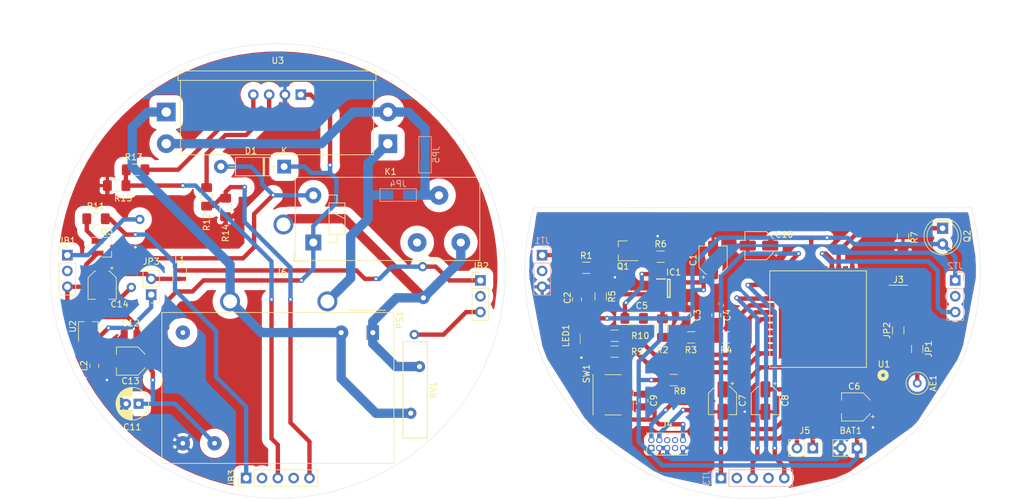
<source format=kicad_pcb>
(kicad_pcb (version 20171130) (host pcbnew "(5.1.5)-3")
  (layers (0 F.Cu signal) (31 B.Cu signal) (34 B.Paste user hide) (35 F.Paste user hide) (36 B.SilkS user) (37 F.SilkS user) (38 B.Mask user hide) (39 F.Mask user hide) (44 Edge.Cuts user))
  (net 0 "")
  (net 1 "Net-(AE1-Pad1)")
  (net 2 GNDD)
  (net 3 "/Top Board/3.3v")
  (net 4 "/Top Board/OpenC")
  (net 5 "Net-(C3-Pad1)")
  (net 6 "Net-(C4-Pad1)")
  (net 7 "Net-(C5-Pad1)")
  (net 8 "Net-(C5-Pad2)")
  (net 9 "Net-(C7-Pad1)")
  (net 10 "Net-(C8-Pad1)")
  (net 11 "/Top Board/Reset")
  (net 12 "/Bottom Board/+12v")
  (net 13 GNDA)
  (net 14 "Net-(C14-Pad1)")
  (net 15 GNDREF)
  (net 16 "Net-(D1-Pad2)")
  (net 17 "Net-(IC1-Pad3)")
  (net 18 "/Bottom Board/3.3v")
  (net 19 "/Bottom Board/PIR")
  (net 20 "/Bottom Board/OpenC")
  (net 21 "/Bottom Board/Relay")
  (net 22 "/Top Board/Relay")
  (net 23 "/Top Board/PIR")
  (net 24 "Net-(J3-Pad1)")
  (net 25 "/Top Board/SWDIO")
  (net 26 "/Top Board/SWDCLK")
  (net 27 "/Top Board/UART_TX")
  (net 28 "/Top Board/UART_RX")
  (net 29 "/Bottom Board/Carga")
  (net 30 "/Bottom Board/Linea")
  (net 31 "/Bottom Board/Neutro")
  (net 32 "/Top Board/Antenna")
  (net 33 "Net-(JP3-Pad1)")
  (net 34 "Net-(JP4-Pad1)")
  (net 35 "Net-(LED1-PadC1)")
  (net 36 "Net-(LED1-PadC2)")
  (net 37 "Net-(Q1-Pad1)")
  (net 38 "/Top Board/Photocell")
  (net 39 "Net-(Q3-Pad1)")
  (net 40 "/Top Board/PWM")
  (net 41 "/Top Board/Led1")
  (net 42 "/Top Board/Led2")
  (net 43 "/Bottom Board/Enery_Pulses")
  (net 44 "/Bottom Board/Enery_Tx")
  (net 45 "/Top Board/Enery_Tx")
  (net 46 "/Top Board/Enery_Pulses")
  (net 47 "Net-(J4-Pad6)")
  (net 48 "Net-(J4-Pad7)")
  (net 49 "Net-(J4-Pad8)")
  (net 50 "Net-(JB1-Pad2)")
  (net 51 "Net-(JB2-Pad2)")
  (net 52 "Net-(JB3-Pad4)")
  (net 53 "Net-(JB3-Pad2)")
  (net 54 "Net-(JT1-Pad2)")
  (net 55 "Net-(JT2-Pad2)")
  (net 56 "Net-(JT3-Pad2)")
  (net 57 "Net-(JT3-Pad4)")
  (net 58 "Net-(K1-Pad2)")
  (net 59 "Net-(U1-Pad11)")
  (net 60 "Net-(U1-Pad14)")
  (net 61 "Net-(U1-Pad15)")
  (net 62 "Net-(U1-Pad17)")
  (net 63 "Net-(U1-Pad22)")
  (net 64 "Net-(U1-Pad27)")
  (net 65 "Net-(U1-Pad28)")
  (net 66 "Net-(U1-Pad29)")
  (net 67 "Net-(U1-Pad30)")
  (net 68 "Net-(U1-Pad36)")
  (net 69 "Net-(U1-Pad39)")
  (net 70 "Net-(U1-Pad41)")
  (net 71 "Net-(JP5-Pad2)")
  (net 72 "Net-(R12-Pad2)")
  (net 73 "Net-(R13-Pad2)")
  (module Jumper:SolderJumper-2_P1.3mm_Open_Pad1.0x1.5mm (layer B.Cu) (at 131.826 76.327 90)
    (fp_text reference JP5 (at 0 1.8 270) (layer B.SilkS) (effects (justify mirror)))
    (fp_text value Jumper_2_Open)
    (fp_poly (pts (xy 1.016 -0.635) (xy -1.016 -0.635) (xy -1.016 0.635) (xy 1.016 0.635)) (layer B.Cu) (width 0.1))
    (pad 1 smd rect (at -1.778 0 90) (size 2 1.5) (layers B.Cu B.Mask) (net 34 "Net-(JP4-Pad1)"))
    (pad 2 smd rect (at 1.778 0 90) (size 2 1.5) (layers B.Cu B.Mask) (net 71 "Net-(JP5-Pad2)"))
  )
  (module Jumper:SolderJumper-2_P1.3mm_Open_Pad1.0x1.5mm (layer B.Cu) (at 127.508 82.804 180)
    (fp_text reference JP4 (at 0 1.8 180) (layer B.SilkS) (effects (justify mirror)))
    (fp_text value Jumper_2_Open)
    (pad 2 smd rect (at 1.778 0 180) (size 2 1.5) (layers B.Cu B.Mask) (net 29 "/Bottom Board/Carga"))
    (pad 1 smd rect (at -1.778 0 180) (size 2 1.5) (layers B.Cu B.Mask) (net 34 "Net-(JP4-Pad1)"))
  )
  (module proyect_new:Relay_Handouk_HL2-1CH (layer F.Cu) (at 113.8936 90.424)
    (fp_text reference K1 (at 12.3952 -11.3792 180) (layer F.SilkS))
    (fp_text value HL2-1CH-12S)
    (pad 5 thru_hole circle (at 0 -7.5692) (size 2.54 2.54) (drill 1.3) (layers *.Cu *.Mask) (net 16 "Net-(D1-Pad2)"))
    (pad 1 thru_hole rect (at 0 0) (size 2.54 2.54) (drill 1.3) (layers *.Cu *.Mask) (net 12 "/Bottom Board/+12v"))
    (pad 2 thru_hole circle (at 16.6624 0) (size 3 3) (drill 1.3) (layers *.Cu *.Mask) (net 58 "Net-(K1-Pad2)"))
    (pad 3 thru_hole circle (at 23.6728 0) (size 3 3) (drill 1.3) (layers *.Cu *.Mask) (net 30 "/Bottom Board/Linea"))
    (pad 4 thru_hole circle (at 20.1676 -7.5692) (size 3 3) (drill 1.3) (layers *.Cu *.Mask) (net 34 "Net-(JP4-Pad1)"))
  )
  (module Connector_Pin:Pin_D1.3mm_L11.0mm_LooseFit (layer F.Cu) (at 210.82 113.03 90)
    (fp_text reference AE1 (at 0 2.55 90) (layer F.SilkS))
    (fp_text value Antenna)
    (pad 1 thru_hole circle (at 0 0 90) (size 1.4 1.4) (drill 0.8) (layers *.Cu *.Mask) (net 1 "Net-(AE1-Pad1)"))
  )
  (module Resistor_SMD:R_1206_3216Metric_Pad1.42x1.75mm_HandSolder (layer F.Cu) (at 210.82 107.5325 270)
    (fp_text reference JP1 (at 0 -1.82 90) (layer F.SilkS))
    (fp_text value Jumper)
    (pad 2 smd roundrect (at 1.4875 0 270) (size 1.425 1.75) (layers F.Cu F.Paste F.Mask) (roundrect_rratio 0.175439) (net 1 "Net-(AE1-Pad1)"))
    (pad 1 smd roundrect (at -1.4875 0 270) (size 1.425 1.75) (layers F.Cu F.Paste F.Mask) (roundrect_rratio 0.175439) (net 32 "/Top Board/Antenna"))
  )
  (module proyect_new:Converter_ACDC_MeanWell_IRM-03-xx_THT (layer F.Cu) (at 123.444 104.902 270)
    (fp_text reference PS1 (at -2.032 -4.318 270) (layer F.SilkS))
    (fp_text value IRM-03-12)
    (pad 5 thru_hole circle (at 0 30.48 270) (size 2.3 2.3) (drill 0.76) (layers *.Cu *.Mask))
    (pad 1 thru_hole rect (at 0 0 270) (size 2.3 2) (drill 0.8) (layers *.Cu *.Mask) (net 30 "/Bottom Board/Linea"))
    (pad 3 thru_hole circle (at 0 5.08 270) (size 2.3 2.3) (drill 0.8) (layers *.Cu *.Mask) (net 31 "/Bottom Board/Neutro"))
    (pad 14 thru_hole circle (at 17.78 30.48 270) (size 2.3 2.3) (drill 0.76) (layers *.Cu *.Mask) (net 13 GNDA))
    (pad 16 thru_hole circle (at 17.78 25.4 270) (size 2.3 2.3) (drill 0.76) (layers *.Cu *.Mask) (net 12 "/Bottom Board/+12v"))
  )
  (module proyect_new:Nema_7-pin (layer F.Cu) (at 108.1913 95.0026 353)
    (fp_text reference J6 (at 0.6096 0.1444 180) (layer F.SilkS))
    (fp_text value "Nema 7-Pin")
    (pad 5 thru_hole circle (at -23 5.475 353) (size 1.5 1.5) (drill 0.8) (layers *.Cu *.Mask) (net 15 GNDREF))
    (pad 4 thru_hole circle (at -23 -5.525 353) (size 1.5 1.5) (drill 0.8) (layers *.Cu *.Mask) (net 20 "/Bottom Board/OpenC"))
    (pad 2 thru_hole circle (at -7 5.775 353) (size 3.2 3.2) (drill 2.25) (layers *.Cu *.Mask) (net 31 "/Bottom Board/Neutro"))
    (pad 1 thru_hole circle (at 0 -7.525 353) (size 3.2 3.2) (drill 2.25) (layers *.Cu *.Mask) (net 30 "/Bottom Board/Linea"))
    (pad 3 thru_hole circle (at 8.5 3.875 353) (size 3.2 3.2) (drill 2.25) (layers *.Cu *.Mask) (net 29 "/Bottom Board/Carga"))
    (pad 6 thru_hole circle (at 23 -3.525 353) (size 1.5 1.5) (drill 0.8) (layers *.Cu *.Mask) (net 18 "/Bottom Board/3.3v"))
    (pad 7 thru_hole circle (at 23 7.475 353) (size 1.5 1.5) (drill 0.8) (layers *.Cu *.Mask) (net 19 "/Bottom Board/PIR"))
  )
  (module Resistor_SMD:R_1206_3216Metric_Pad1.42x1.75mm_HandSolder (layer F.Cu) (at 207.772 104.5575 90)
    (fp_text reference JP2 (at 0 -1.82 90) (layer F.SilkS))
    (fp_text value Jumper)
    (pad 1 smd roundrect (at -1.4875 0 90) (size 1.425 1.75) (layers F.Cu F.Paste F.Mask) (roundrect_rratio 0.175439) (net 32 "/Top Board/Antenna"))
    (pad 2 smd roundrect (at 1.4875 0 90) (size 1.425 1.75) (layers F.Cu F.Paste F.Mask) (roundrect_rratio 0.175439) (net 24 "Net-(J3-Pad1)"))
  )
  (module proyect_UFL-Conn:TE_1909763-1 (layer F.Cu) (at 207.772 98.806)
    (fp_text reference J3 (at 0.032028 -2.40877) (layer F.SilkS))
    (fp_text value UFL-Conn)
    (pad 1 smd rect (at 0 1.525) (size 1 1.05) (layers F.Cu F.Paste F.Mask) (net 24 "Net-(J3-Pad1)"))
    (pad 3 smd rect (at 1.475 0) (size 1.05 2.2) (layers F.Cu F.Paste F.Mask) (net 2 GNDD))
    (pad 2 smd rect (at -1.475 0) (size 1.05 2.2) (layers F.Cu F.Paste F.Mask) (net 2 GNDD))
  )
  (module proyect_EESAMR34:EESAMR34 (layer F.Cu) (at 200.406 110.49 180)
    (fp_text reference U1 (at -5.08 0.508) (layer F.SilkS))
    (fp_text value EESAMR34J18-V1_CT)
    (pad 1 smd rect (at -2.25 2.25 180) (size 1.5 0.8) (layers F.Cu F.Paste F.Mask) (net 2 GNDD))
    (pad 2 smd rect (at -2.25 3.35 180) (size 1.5 0.8) (layers F.Cu F.Paste F.Mask) (net 2 GNDD))
    (pad 3 smd rect (at -2.25 4.45 180) (size 1.5 0.8) (layers F.Cu F.Paste F.Mask) (net 32 "/Top Board/Antenna"))
    (pad 4 smd rect (at -2.25 5.55 180) (size 1.5 0.8) (layers F.Cu F.Paste F.Mask) (net 2 GNDD))
    (pad 5 smd rect (at -2.25 6.65 180) (size 1.5 0.8) (layers F.Cu F.Paste F.Mask) (net 2 GNDD))
    (pad 6 smd rect (at -2.25 9.95 180) (size 1.5 0.8) (layers F.Cu F.Paste F.Mask) (net 2 GNDD))
    (pad 7 smd rect (at -2.25 11.05 180) (size 1.5 0.8) (layers F.Cu F.Paste F.Mask) (net 2 GNDD))
    (pad 8 smd rect (at -2.25 12.15 180) (size 1.5 0.8) (layers F.Cu F.Paste F.Mask) (net 2 GNDD))
    (pad 9 smd rect (at -2.25 13.25 180) (size 1.5 0.8) (layers F.Cu F.Paste F.Mask) (net 2 GNDD))
    (pad 10 smd rect (at 0 15.5 180) (size 0.8 1.5) (layers F.Cu F.Paste F.Mask) (net 2 GNDD))
    (pad 11 smd rect (at 1.1 15.5 180) (size 0.8 1.5) (layers F.Cu F.Paste F.Mask) (net 59 "Net-(U1-Pad11)"))
    (pad 12 smd rect (at 2.2 15.5 180) (size 0.8 1.5) (layers F.Cu F.Paste F.Mask) (net 38 "/Top Board/Photocell"))
    (pad 13 smd rect (at 3.3 15.5 180) (size 0.8 1.5) (layers F.Cu F.Paste F.Mask) (net 23 "/Top Board/PIR"))
    (pad 14 smd rect (at 4.4 15.5 180) (size 0.8 1.5) (layers F.Cu F.Paste F.Mask) (net 60 "Net-(U1-Pad14)"))
    (pad 15 smd rect (at 5.5 15.5 180) (size 0.8 1.5) (layers F.Cu F.Paste F.Mask) (net 61 "Net-(U1-Pad15)"))
    (pad 16 smd rect (at 6.6 15.5 180) (size 0.8 1.5) (layers F.Cu F.Paste F.Mask) (net 3 "/Top Board/3.3v"))
    (pad 17 smd rect (at 7.7 15.5 180) (size 0.8 1.5) (layers F.Cu F.Paste F.Mask) (net 62 "Net-(U1-Pad17)"))
    (pad 18 smd rect (at 8.8 15.5 180) (size 0.8 1.5) (layers F.Cu F.Paste F.Mask) (net 2 GNDD))
    (pad 19 smd rect (at 9.9 15.5 180) (size 0.8 1.5) (layers F.Cu F.Paste F.Mask) (net 22 "/Top Board/Relay"))
    (pad 20 smd rect (at 11 15.5 180) (size 0.8 1.5) (layers F.Cu F.Paste F.Mask) (net 2 GNDD))
    (pad 21 smd rect (at 13.25 13.25 180) (size 1.5 0.8) (layers F.Cu F.Paste F.Mask) (net 46 "/Top Board/Enery_Pulses"))
    (pad 22 smd rect (at 13.25 12.15 180) (size 1.5 0.8) (layers F.Cu F.Paste F.Mask) (net 63 "Net-(U1-Pad22)"))
    (pad 23 smd rect (at 13.25 11.05 180) (size 1.5 0.8) (layers F.Cu F.Paste F.Mask) (net 45 "/Top Board/Enery_Tx"))
    (pad 24 smd rect (at 13.25 9.95 180) (size 1.5 0.8) (layers F.Cu F.Paste F.Mask) (net 40 "/Top Board/PWM"))
    (pad 25 smd rect (at 13.25 8.85 180) (size 1.5 0.8) (layers F.Cu F.Paste F.Mask) (net 42 "/Top Board/Led2"))
    (pad 26 smd rect (at 13.25 7.75 180) (size 1.5 0.8) (layers F.Cu F.Paste F.Mask) (net 41 "/Top Board/Led1"))
    (pad 27 smd rect (at 13.25 6.65 180) (size 1.5 0.8) (layers F.Cu F.Paste F.Mask) (net 64 "Net-(U1-Pad27)"))
    (pad 28 smd rect (at 13.25 5.55 180) (size 1.5 0.8) (layers F.Cu F.Paste F.Mask) (net 65 "Net-(U1-Pad28)"))
    (pad 29 smd rect (at 13.25 4.45 180) (size 1.5 0.8) (layers F.Cu F.Paste F.Mask) (net 66 "Net-(U1-Pad29)"))
    (pad 30 smd rect (at 13.25 3.35 180) (size 1.5 0.8) (layers F.Cu F.Paste F.Mask) (net 67 "Net-(U1-Pad30)"))
    (pad 31 smd rect (at 13.25 2.25 180) (size 1.5 0.8) (layers F.Cu F.Paste F.Mask) (net 11 "/Top Board/Reset"))
    (pad 32 smd rect (at 11 0 180) (size 0.8 1.5) (layers F.Cu F.Paste F.Mask) (net 9 "Net-(C7-Pad1)"))
    (pad 33 smd rect (at 9.9 0 180) (size 0.8 1.5) (layers F.Cu F.Paste F.Mask) (net 10 "Net-(C8-Pad1)"))
    (pad 34 smd rect (at 8.8 0 180) (size 0.8 1.5) (layers F.Cu F.Paste F.Mask) (net 25 "/Top Board/SWDIO"))
    (pad 35 smd rect (at 7.7 0 180) (size 0.8 1.5) (layers F.Cu F.Paste F.Mask) (net 26 "/Top Board/SWDCLK"))
    (pad 36 smd rect (at 6.6 0 180) (size 0.8 1.5) (layers F.Cu F.Paste F.Mask) (net 68 "Net-(U1-Pad36)"))
    (pad 37 smd rect (at 5.5 0 180) (size 0.8 1.5) (layers F.Cu F.Paste F.Mask) (net 28 "/Top Board/UART_RX"))
    (pad 38 smd rect (at 4.4 0 180) (size 0.8 1.5) (layers F.Cu F.Paste F.Mask) (net 27 "/Top Board/UART_TX"))
    (pad 39 smd rect (at 3.3 0 180) (size 0.8 1.5) (layers F.Cu F.Paste F.Mask) (net 69 "Net-(U1-Pad39)"))
    (pad 40 smd rect (at 2.2 0 180) (size 0.8 1.5) (layers F.Cu F.Paste F.Mask) (net 3 "/Top Board/3.3v"))
    (pad 41 smd rect (at 1.1 0 180) (size 0.8 1.5) (layers F.Cu F.Paste F.Mask) (net 70 "Net-(U1-Pad41)"))
    (pad 42 smd rect (at 0 0 180) (size 0.8 1.5) (layers F.Cu F.Paste F.Mask) (net 2 GNDD))
  )
  (module Connector_PinHeader_2.54mm:PinHeader_1x02_P2.54mm_Vertical (layer F.Cu) (at 201.168 123.444 270)
    (fp_text reference BAT1 (at -2.794 1.016 180) (layer F.SilkS))
    (fp_text value Conn_01x02)
    (pad 1 thru_hole rect (at 0 0 270) (size 1.7 1.7) (drill 1) (layers *.Cu *.Mask) (net 3 "/Top Board/3.3v"))
    (pad 2 thru_hole oval (at 0 2.54 270) (size 1.7 1.7) (drill 1) (layers *.Cu *.Mask) (net 2 GNDD))
  )
  (module Capacitor_SMD:CP_Elec_4x5.3 (layer F.Cu) (at 178.054 93.24 90)
    (fp_text reference C1 (at 0 -3.2 90) (layer F.SilkS))
    (fp_text value 1uF)
    (pad 2 smd roundrect (at 1.8 0 90) (size 2.6 1.6) (layers F.Cu F.Paste F.Mask) (roundrect_rratio 0.15625) (net 2 GNDD))
    (pad 1 smd roundrect (at -1.8 0 90) (size 2.6 1.6) (layers F.Cu F.Paste F.Mask) (roundrect_rratio 0.15625) (net 3 "/Top Board/3.3v"))
  )
  (module Capacitor_SMD:C_0805_2012Metric_Pad1.15x1.40mm_HandSolder (layer F.Cu) (at 156.21 99.559 90)
    (fp_text reference C2 (at 0.245 -1.524 90) (layer F.SilkS))
    (fp_text value 0.1uF)
    (pad 1 smd roundrect (at -1.025 0 90) (size 1.15 1.4) (layers F.Cu F.Paste F.Mask) (roundrect_rratio 0.217391) (net 2 GNDD))
    (pad 2 smd roundrect (at 1.025 0 90) (size 1.15 1.4) (layers F.Cu F.Paste F.Mask) (roundrect_rratio 0.217391) (net 4 "/Top Board/OpenC"))
  )
  (module Capacitor_SMD:C_0805_2012Metric_Pad1.15x1.40mm_HandSolder (layer F.Cu) (at 173.736 102.099 90)
    (fp_text reference C3 (at -0.009 1.778 90) (layer F.SilkS))
    (fp_text value 0.1uF)
    (pad 2 smd roundrect (at 1.025 0 90) (size 1.15 1.4) (layers F.Cu F.Paste F.Mask) (roundrect_rratio 0.217391) (net 2 GNDD))
    (pad 1 smd roundrect (at -1.025 0 90) (size 1.15 1.4) (layers F.Cu F.Paste F.Mask) (roundrect_rratio 0.217391) (net 5 "Net-(C3-Pad1)"))
  )
  (module Capacitor_SMD:C_0805_2012Metric_Pad1.15x1.40mm_HandSolder (layer F.Cu) (at 178.562 102.099 90)
    (fp_text reference C4 (at 0 1.778 90) (layer F.SilkS))
    (fp_text value 0.1uF)
    (pad 1 smd roundrect (at -1.025 0 90) (size 1.15 1.4) (layers F.Cu F.Paste F.Mask) (roundrect_rratio 0.217391) (net 6 "Net-(C4-Pad1)"))
    (pad 2 smd roundrect (at 1.025 0 90) (size 1.15 1.4) (layers F.Cu F.Paste F.Mask) (roundrect_rratio 0.217391) (net 2 GNDD))
  )
  (module Capacitor_SMD:C_1206_3216Metric_Pad1.42x1.75mm_HandSolder (layer F.Cu) (at 165.3905 102.616 180)
    (fp_text reference C5 (at -1.2335 2.032) (layer F.SilkS))
    (fp_text value 100pF)
    (pad 1 smd roundrect (at -1.4875 0 180) (size 1.425 1.75) (layers F.Cu F.Paste F.Mask) (roundrect_rratio 0.175439) (net 7 "Net-(C5-Pad1)"))
    (pad 2 smd roundrect (at 1.4875 0 180) (size 1.425 1.75) (layers F.Cu F.Paste F.Mask) (roundrect_rratio 0.175439) (net 8 "Net-(C5-Pad2)"))
  )
  (module Capacitor_SMD:CP_Elec_4x5.3 (layer F.Cu) (at 200.936 116.84 180)
    (fp_text reference C6 (at 0.232 3.302) (layer F.SilkS))
    (fp_text value 1uF)
    (pad 1 smd roundrect (at -1.8 0 180) (size 2.6 1.6) (layers F.Cu F.Paste F.Mask) (roundrect_rratio 0.15625) (net 2 GNDD))
    (pad 2 smd roundrect (at 1.8 0 180) (size 2.6 1.6) (layers F.Cu F.Paste F.Mask) (roundrect_rratio 0.15625) (net 3 "/Top Board/3.3v"))
  )
  (module Capacitor_SMD:CP_Elec_4x5.3 (layer F.Cu) (at 179.578 115.824 270)
    (fp_text reference C7 (at 0 -3.2 90) (layer F.SilkS))
    (fp_text value 1uF)
    (pad 1 smd roundrect (at -1.8 0 270) (size 2.6 1.6) (layers F.Cu F.Paste F.Mask) (roundrect_rratio 0.15625) (net 9 "Net-(C7-Pad1)"))
    (pad 2 smd roundrect (at 1.8 0 270) (size 2.6 1.6) (layers F.Cu F.Paste F.Mask) (roundrect_rratio 0.15625) (net 2 GNDD))
  )
  (module Capacitor_SMD:CP_Elec_4x5.3 (layer F.Cu) (at 186.436 115.824 270)
    (fp_text reference C8 (at 0 -3.2 90) (layer F.SilkS))
    (fp_text value 1uF)
    (pad 2 smd roundrect (at 1.8 0 270) (size 2.6 1.6) (layers F.Cu F.Paste F.Mask) (roundrect_rratio 0.15625) (net 2 GNDD))
    (pad 1 smd roundrect (at -1.8 0 270) (size 2.6 1.6) (layers F.Cu F.Paste F.Mask) (roundrect_rratio 0.15625) (net 10 "Net-(C8-Pad1)"))
  )
  (module Capacitor_SMD:C_0805_2012Metric_Pad1.15x1.40mm_HandSolder (layer F.Cu) (at 166.878 115.815 270)
    (fp_text reference C9 (at 0 -1.65 90) (layer F.SilkS))
    (fp_text value 0.1uF)
    (pad 1 smd roundrect (at -1.025 0 270) (size 1.15 1.4) (layers F.Cu F.Paste F.Mask) (roundrect_rratio 0.217391) (net 11 "/Top Board/Reset"))
    (pad 2 smd roundrect (at 1.025 0 270) (size 1.15 1.4) (layers F.Cu F.Paste F.Mask) (roundrect_rratio 0.217391) (net 2 GNDD))
  )
  (module Capacitor_SMD:CP_Elec_4x5.3 (layer F.Cu) (at 185.42 90.932 180)
    (fp_text reference C10 (at -4.064 1.778) (layer F.SilkS))
    (fp_text value 1uF)
    (pad 2 smd roundrect (at 1.8 0 180) (size 2.6 1.6) (layers F.Cu F.Paste F.Mask) (roundrect_rratio 0.15625) (net 2 GNDD))
    (pad 1 smd roundrect (at -1.8 0 180) (size 2.6 1.6) (layers F.Cu F.Paste F.Mask) (roundrect_rratio 0.15625) (net 3 "/Top Board/3.3v"))
  )
  (module Capacitor_THT:CP_Radial_D5.0mm_P2.00mm (layer F.Cu) (at 85.852 116.332 180)
    (fp_text reference C11 (at 1 -3.75) (layer F.SilkS))
    (fp_text value 10uF)
    (pad 1 thru_hole rect (at 0 0 180) (size 1.6 1.6) (drill 0.8) (layers *.Cu *.Mask) (net 12 "/Bottom Board/+12v"))
    (pad 2 thru_hole circle (at 2 0 180) (size 1.6 1.6) (drill 0.8) (layers *.Cu *.Mask) (net 13 GNDA))
  )
  (module Capacitor_SMD:C_0805_2012Metric_Pad1.15x1.40mm_HandSolder (layer F.Cu) (at 84.573 105.156 180)
    (fp_text reference C12 (at 0 1.778) (layer F.SilkS))
    (fp_text value 0.1uF)
    (pad 2 smd roundrect (at 1.025 0 180) (size 1.15 1.4) (layers F.Cu F.Paste F.Mask) (roundrect_rratio 0.217391) (net 13 GNDA))
    (pad 1 smd roundrect (at -1.025 0 180) (size 1.15 1.4) (layers F.Cu F.Paste F.Mask) (roundrect_rratio 0.217391) (net 12 "/Bottom Board/+12v"))
  )
  (module Capacitor_SMD:CP_Elec_4x5.3 (layer F.Cu) (at 84.56 109.474 180)
    (fp_text reference C13 (at 0 -3.2) (layer F.SilkS))
    (fp_text value 1uF)
    (pad 1 smd roundrect (at -1.8 0 180) (size 2.6 1.6) (layers F.Cu F.Paste F.Mask) (roundrect_rratio 0.15625) (net 12 "/Bottom Board/+12v"))
    (pad 2 smd roundrect (at 1.8 0 180) (size 2.6 1.6) (layers F.Cu F.Paste F.Mask) (roundrect_rratio 0.15625) (net 13 GNDA))
  )
  (module Capacitor_SMD:CP_Elec_4x5.4 (layer F.Cu) (at 80.01 97.282 270)
    (fp_text reference C14 (at 3.048 -2.794 180) (layer F.SilkS))
    (fp_text value 4.7uF)
    (pad 1 smd roundrect (at -1.8 0 270) (size 2.6 1.6) (layers F.Cu F.Paste F.Mask) (roundrect_rratio 0.15625) (net 14 "Net-(C14-Pad1)"))
    (pad 2 smd roundrect (at 1.8 0 270) (size 2.6 1.6) (layers F.Cu F.Paste F.Mask) (roundrect_rratio 0.15625) (net 15 GNDREF))
  )
  (module Diode_THT:D_DO-41_SOD81_P10.16mm_Horizontal (layer F.Cu) (at 109.22 78.232 180)
    (fp_text reference D1 (at 5.334 2.54) (layer F.SilkS))
    (fp_text value 1N4007)
    (fp_text user K (at 0 2.54) (layer F.SilkS))
    (pad 1 thru_hole rect (at 0 0 180) (size 2.2 2.2) (drill 1.1) (layers *.Cu *.Mask) (net 12 "/Bottom Board/+12v"))
    (pad 2 thru_hole oval (at 10.16 0 180) (size 2.2 2.2) (drill 1.1) (layers *.Cu *.Mask) (net 16 "Net-(D1-Pad2)"))
  )
  (module proyect_MCP6001T-I_OT:SOT95P270X145-5N (layer F.Cu) (at 170.942 97.79)
    (fp_text reference IC1 (at 0.7874 -2.5781) (layer F.SilkS))
    (fp_text value MCP6001T-I_OT hide)
    (pad 1 smd rect (at -1.25 -0.95 90) (size 0.6 1.4) (layers F.Cu F.Paste F.Mask) (net 8 "Net-(C5-Pad2)"))
    (pad 2 smd rect (at -1.25 0 90) (size 0.6 1.4) (layers F.Cu F.Paste F.Mask) (net 2 GNDD))
    (pad 3 smd rect (at -1.25 0.95 90) (size 0.6 1.4) (layers F.Cu F.Paste F.Mask) (net 17 "Net-(IC1-Pad3)"))
    (pad 4 smd rect (at 1.25 0.95 90) (size 0.6 1.4) (layers F.Cu F.Paste F.Mask) (net 7 "Net-(C5-Pad1)"))
    (pad 5 smd rect (at 1.25 -0.95 90) (size 0.6 1.4) (layers F.Cu F.Paste F.Mask) (net 3 "/Top Board/3.3v"))
  )
  (module Connector_PinHeader_1.27mm:PinHeader_2x05_P1.27mm_Vertical (layer F.Cu) (at 168.148 123.444 90)
    (fp_text reference J4 (at 3.81 2.54 180) (layer F.SilkS))
    (fp_text value SWD)
    (pad 1 thru_hole rect (at 0 0 90) (size 1 1) (drill 0.65) (layers *.Cu *.Mask) (net 3 "/Top Board/3.3v"))
    (pad 2 thru_hole oval (at 1.27 0 90) (size 1 1) (drill 0.65) (layers *.Cu *.Mask) (net 25 "/Top Board/SWDIO"))
    (pad 3 thru_hole oval (at 0 1.27 90) (size 1 1) (drill 0.65) (layers *.Cu *.Mask) (net 2 GNDD))
    (pad 4 thru_hole oval (at 1.27 1.27 90) (size 1 1) (drill 0.65) (layers *.Cu *.Mask) (net 26 "/Top Board/SWDCLK"))
    (pad 5 thru_hole oval (at 0 2.54 90) (size 1 1) (drill 0.65) (layers *.Cu *.Mask) (net 2 GNDD))
    (pad 6 thru_hole oval (at 1.27 2.54 90) (size 1 1) (drill 0.65) (layers *.Cu *.Mask) (net 47 "Net-(J4-Pad6)"))
    (pad 7 thru_hole oval (at 0 3.81 90) (size 1 1) (drill 0.65) (layers *.Cu *.Mask) (net 48 "Net-(J4-Pad7)"))
    (pad 8 thru_hole oval (at 1.27 3.81 90) (size 1 1) (drill 0.65) (layers *.Cu *.Mask) (net 49 "Net-(J4-Pad8)"))
    (pad 9 thru_hole oval (at 0 5.08 90) (size 1 1) (drill 0.65) (layers *.Cu *.Mask) (net 2 GNDD))
    (pad 10 thru_hole oval (at 1.27 5.08 90) (size 1 1) (drill 0.65) (layers *.Cu *.Mask) (net 11 "/Top Board/Reset"))
  )
  (module Connector_PinHeader_2.54mm:PinHeader_1x02_P2.54mm_Vertical (layer F.Cu) (at 194.056 123.444 270)
    (fp_text reference J5 (at -2.794 1.27 180) (layer F.SilkS))
    (fp_text value Console)
    (pad 2 thru_hole oval (at 0 2.54 270) (size 1.7 1.7) (drill 1) (layers *.Cu *.Mask) (net 28 "/Top Board/UART_RX"))
    (pad 1 thru_hole rect (at 0 0 270) (size 1.7 1.7) (drill 1) (layers *.Cu *.Mask) (net 27 "/Top Board/UART_TX"))
  )
  (module Connector_PinHeader_2.54mm:PinHeader_1x03_P2.54mm_Vertical (layer F.Cu) (at 74.422 92.456)
    (fp_text reference JB1 (at 0 -2.33) (layer F.SilkS))
    (fp_text value Conn_01x03)
    (pad 3 thru_hole oval (at 0 5.08) (size 1.7 1.7) (drill 1) (layers *.Cu *.Mask) (net 15 GNDREF))
    (pad 2 thru_hole oval (at 0 2.54) (size 1.7 1.7) (drill 1) (layers *.Cu *.Mask) (net 50 "Net-(JB1-Pad2)"))
    (pad 1 thru_hole rect (at 0 0) (size 1.7 1.7) (drill 1) (layers *.Cu *.Mask) (net 20 "/Bottom Board/OpenC"))
  )
  (module Connector_PinHeader_2.54mm:PinHeader_1x03_P2.54mm_Vertical (layer F.Cu) (at 140.716 96.52)
    (fp_text reference JB2 (at 0 -2.33) (layer F.SilkS))
    (fp_text value Conn_01x03)
    (pad 1 thru_hole rect (at 0 0) (size 1.7 1.7) (drill 1) (layers *.Cu *.Mask) (net 18 "/Bottom Board/3.3v"))
    (pad 2 thru_hole oval (at 0 2.54) (size 1.7 1.7) (drill 1) (layers *.Cu *.Mask) (net 51 "Net-(JB2-Pad2)"))
    (pad 3 thru_hole oval (at 0 5.08) (size 1.7 1.7) (drill 1) (layers *.Cu *.Mask) (net 19 "/Bottom Board/PIR"))
  )
  (module Connector_PinHeader_2.54mm:PinHeader_1x05_P2.54mm_Vertical (layer F.Cu) (at 103.124 128.27 90)
    (fp_text reference JB3 (at 0 -2.33 90) (layer F.SilkS))
    (fp_text value Conn_01x05)
    (pad 5 thru_hole oval (at 0 10.16 90) (size 1.7 1.7) (drill 1) (layers *.Cu *.Mask) (net 43 "/Bottom Board/Enery_Pulses"))
    (pad 4 thru_hole oval (at 0 7.62 90) (size 1.7 1.7) (drill 1) (layers *.Cu *.Mask) (net 52 "Net-(JB3-Pad4)"))
    (pad 3 thru_hole oval (at 0 5.08 90) (size 1.7 1.7) (drill 1) (layers *.Cu *.Mask) (net 44 "/Bottom Board/Enery_Tx"))
    (pad 2 thru_hole oval (at 0 2.54 90) (size 1.7 1.7) (drill 1) (layers *.Cu *.Mask) (net 53 "Net-(JB3-Pad2)"))
    (pad 1 thru_hole rect (at 0 0 90) (size 1.7 1.7) (drill 1) (layers *.Cu *.Mask) (net 21 "/Bottom Board/Relay"))
  )
  (module Connector_PinHeader_2.54mm:PinHeader_1x02_P2.54mm_Vertical (layer F.Cu) (at 87.884 98.806 180)
    (fp_text reference JP3 (at 0 5.334) (layer F.SilkS))
    (fp_text value Jumper)
    (pad 1 thru_hole rect (at 0 0 180) (size 1.7 1.7) (drill 1) (layers *.Cu *.Mask) (net 33 "Net-(JP3-Pad1)"))
    (pad 2 thru_hole oval (at 0 2.54 180) (size 1.7 1.7) (drill 1) (layers *.Cu *.Mask) (net 14 "Net-(C14-Pad1)"))
  )
  (module Connector_PinHeader_2.54mm:PinHeader_1x03_P2.54mm_Vertical (layer B.Cu) (at 150.622 92.456 180)
    (fp_text reference JT1 (at 0 2.33) (layer B.SilkS) (effects (justify mirror)))
    (fp_text value Conn_01x03)
    (pad 1 thru_hole rect (at 0 0 180) (size 1.7 1.7) (drill 1) (layers *.Cu *.Mask) (net 4 "/Top Board/OpenC"))
    (pad 2 thru_hole oval (at 0 -2.54 180) (size 1.7 1.7) (drill 1) (layers *.Cu *.Mask) (net 54 "Net-(JT1-Pad2)"))
    (pad 3 thru_hole oval (at 0 -5.08 180) (size 1.7 1.7) (drill 1) (layers *.Cu *.Mask) (net 2 GNDD))
  )
  (module Connector_PinHeader_2.54mm:PinHeader_1x03_P2.54mm_Vertical (layer B.Cu) (at 216.916 96.52 180)
    (fp_text reference JT2 (at 0 2.33) (layer B.SilkS) (effects (justify mirror)))
    (fp_text value Conn_01x03)
    (pad 3 thru_hole oval (at 0 -5.08 180) (size 1.7 1.7) (drill 1) (layers *.Cu *.Mask) (net 23 "/Top Board/PIR"))
    (pad 2 thru_hole oval (at 0 -2.54 180) (size 1.7 1.7) (drill 1) (layers *.Cu *.Mask) (net 55 "Net-(JT2-Pad2)"))
    (pad 1 thru_hole rect (at 0 0 180) (size 1.7 1.7) (drill 1) (layers *.Cu *.Mask) (net 3 "/Top Board/3.3v"))
  )
  (module Connector_PinHeader_2.54mm:PinHeader_1x05_P2.54mm_Vertical (layer B.Cu) (at 179.324 128.27 270)
    (fp_text reference JT3 (at 0 2.33 270) (layer B.SilkS) (effects (justify mirror)))
    (fp_text value Conn_01x05)
    (pad 1 thru_hole rect (at 0 0 270) (size 1.7 1.7) (drill 1) (layers *.Cu *.Mask) (net 22 "/Top Board/Relay"))
    (pad 2 thru_hole oval (at 0 -2.54 270) (size 1.7 1.7) (drill 1) (layers *.Cu *.Mask) (net 56 "Net-(JT3-Pad2)"))
    (pad 3 thru_hole oval (at 0 -5.08 270) (size 1.7 1.7) (drill 1) (layers *.Cu *.Mask) (net 45 "/Top Board/Enery_Tx"))
    (pad 4 thru_hole oval (at 0 -7.62 270) (size 1.7 1.7) (drill 1) (layers *.Cu *.Mask) (net 57 "Net-(JT3-Pad4)"))
    (pad 5 thru_hole oval (at 0 -10.16 270) (size 1.7 1.7) (drill 1) (layers *.Cu *.Mask) (net 46 "/Top Board/Enery_Pulses"))
  )
  (module Inductor_SMD:L_Taiyo-Yuden_MD-2020 (layer F.Cu) (at 92.456 95.591 90)
    (fp_text reference L1 (at 2.373 0 180) (layer F.SilkS))
    (fp_text value 3.3uH)
    (pad 1 smd rect (at -0.675 0 90) (size 0.65 2) (layers F.Cu F.Paste F.Mask) (net 14 "Net-(C14-Pad1)"))
    (pad 2 smd rect (at 0.675 0 90) (size 0.65 2) (layers F.Cu F.Paste F.Mask) (net 18 "/Bottom Board/3.3v"))
  )
  (module Inductor_SMD:L_0805_2012Metric_Pad1.15x1.40mm_HandSolder (layer F.Cu) (at 78.74 110.227 90)
    (fp_text reference L2 (at 0 -1.65 90) (layer F.SilkS))
    (fp_text value L_Core_Ferrite)
    (pad 1 smd roundrect (at -1.025 0 90) (size 1.15 1.4) (layers F.Cu F.Paste F.Mask) (roundrect_rratio 0.217391) (net 13 GNDA))
    (pad 2 smd roundrect (at 1.025 0 90) (size 1.15 1.4) (layers F.Cu F.Paste F.Mask) (roundrect_rratio 0.217391) (net 15 GNDREF))
  )
  (module proyect_12-22_LEDs:1222SURSYGCS530A2TR8 (layer F.Cu) (at 157.226 105.918 90)
    (fp_text reference LED1 (at 0.508 -2.794 90) (layer F.SilkS))
    (fp_text value 12-22/G6R6C-A31/2C hide)
    (pad A1 smd rect (at 1.75 -0.325 180) (size 1.5 1.5) (layers F.Cu F.Paste F.Mask) (net 3 "/Top Board/3.3v"))
    (pad C1 smd rect (at -1.75 -0.325 180) (size 1.5 1.5) (layers F.Cu F.Paste F.Mask) (net 35 "Net-(LED1-PadC1)"))
    (pad C2 smd rect (at 0 0.325 180) (size 0.9 0.9) (layers F.Cu F.Paste F.Mask) (net 36 "Net-(LED1-PadC2)"))
  )
  (module Package_TO_SOT_SMD:SOT-23_Handsoldering (layer F.Cu) (at 163.6 91.76 180)
    (fp_text reference Q1 (at 0 -2.5) (layer F.SilkS))
    (fp_text value CMBT2222A)
    (pad 1 smd rect (at -1.5 -0.95 180) (size 1.9 0.8) (layers F.Cu F.Paste F.Mask) (net 37 "Net-(Q1-Pad1)"))
    (pad 2 smd rect (at -1.5 0.95 180) (size 1.9 0.8) (layers F.Cu F.Paste F.Mask) (net 2 GNDD))
    (pad 3 smd rect (at 1.5 0 180) (size 1.9 0.8) (layers F.Cu F.Paste F.Mask) (net 4 "/Top Board/OpenC"))
  )
  (module LED_THT:LED_D5.0mm_Clear (layer F.Cu) (at 214.884 88.138 270)
    (fp_text reference Q2 (at 1.27 -3.96 90) (layer F.SilkS))
    (fp_text value PT204-6C)
    (pad 1 thru_hole rect (at 0 0 270) (size 1.8 1.8) (drill 0.9) (layers *.Cu *.Mask) (net 38 "/Top Board/Photocell"))
    (pad 2 thru_hole circle (at 2.54 0 270) (size 1.8 1.8) (drill 0.9) (layers *.Cu *.Mask) (net 3 "/Top Board/3.3v"))
  )
  (module Package_TO_SOT_SMD:SOT-23_Handsoldering (layer F.Cu) (at 80.772 91.186)
    (fp_text reference Q3 (at 0 -2.5) (layer F.SilkS))
    (fp_text value CMBT3904)
    (pad 3 smd rect (at 1.5 0) (size 1.9 0.8) (layers F.Cu F.Paste F.Mask) (net 16 "Net-(D1-Pad2)"))
    (pad 2 smd rect (at -1.5 0.95) (size 1.9 0.8) (layers F.Cu F.Paste F.Mask) (net 15 GNDREF))
    (pad 1 smd rect (at -1.5 -0.95) (size 1.9 0.8) (layers F.Cu F.Paste F.Mask) (net 39 "Net-(Q3-Pad1)"))
  )
  (module Resistor_SMD:R_1206_3216Metric_Pad1.42x1.75mm_HandSolder (layer F.Cu) (at 157.6975 94.488 180)
    (fp_text reference R1 (at 0 1.959) (layer F.SilkS))
    (fp_text value 220K)
    (pad 2 smd roundrect (at 1.4875 0 180) (size 1.425 1.75) (layers F.Cu F.Paste F.Mask) (roundrect_rratio 0.175439) (net 4 "/Top Board/OpenC"))
    (pad 1 smd roundrect (at -1.4875 0 180) (size 1.425 1.75) (layers F.Cu F.Paste F.Mask) (roundrect_rratio 0.175439) (net 17 "Net-(IC1-Pad3)"))
  )
  (module Resistor_SMD:R_1206_3216Metric_Pad1.42x1.75mm_HandSolder (layer F.Cu) (at 169.926 104.1765 90)
    (fp_text reference R2 (at -3.5195 0 180) (layer F.SilkS))
    (fp_text value 100K)
    (pad 2 smd roundrect (at 1.4875 0 90) (size 1.425 1.75) (layers F.Cu F.Paste F.Mask) (roundrect_rratio 0.175439) (net 7 "Net-(C5-Pad1)"))
    (pad 1 smd roundrect (at -1.4875 0 90) (size 1.425 1.75) (layers F.Cu F.Paste F.Mask) (roundrect_rratio 0.175439) (net 5 "Net-(C3-Pad1)"))
  )
  (module Resistor_SMD:R_1206_3216Metric_Pad1.42x1.75mm_HandSolder (layer F.Cu) (at 174.5345 105.664 180)
    (fp_text reference R3 (at 0.0365 -2.032) (layer F.SilkS))
    (fp_text value 100K)
    (pad 1 smd roundrect (at -1.4875 0 180) (size 1.425 1.75) (layers F.Cu F.Paste F.Mask) (roundrect_rratio 0.175439) (net 6 "Net-(C4-Pad1)"))
    (pad 2 smd roundrect (at 1.4875 0 180) (size 1.425 1.75) (layers F.Cu F.Paste F.Mask) (roundrect_rratio 0.175439) (net 5 "Net-(C3-Pad1)"))
  )
  (module Resistor_SMD:R_1206_3216Metric_Pad1.42x1.75mm_HandSolder (layer F.Cu) (at 180.1225 105.664 180)
    (fp_text reference R4 (at -0.0365 -2.032) (layer F.SilkS))
    (fp_text value 100K)
    (pad 1 smd roundrect (at -1.4875 0 180) (size 1.425 1.75) (layers F.Cu F.Paste F.Mask) (roundrect_rratio 0.175439) (net 40 "/Top Board/PWM"))
    (pad 2 smd roundrect (at 1.4875 0 180) (size 1.425 1.75) (layers F.Cu F.Paste F.Mask) (roundrect_rratio 0.175439) (net 6 "Net-(C4-Pad1)"))
  )
  (module Resistor_SMD:R_1206_3216Metric_Pad1.42x1.75mm_HandSolder (layer F.Cu) (at 160.02 99.0965 270)
    (fp_text reference R5 (at 0 -1.82 90) (layer F.SilkS))
    (fp_text value 100K)
    (pad 2 smd roundrect (at 1.4875 0 270) (size 1.425 1.75) (layers F.Cu F.Paste F.Mask) (roundrect_rratio 0.175439) (net 2 GNDD))
    (pad 1 smd roundrect (at -1.4875 0 270) (size 1.425 1.75) (layers F.Cu F.Paste F.Mask) (roundrect_rratio 0.175439) (net 17 "Net-(IC1-Pad3)"))
  )
  (module Resistor_SMD:R_1206_3216Metric_Pad1.42x1.75mm_HandSolder (layer F.Cu) (at 169.6355 92.71 180)
    (fp_text reference R6 (at 0 2.032) (layer F.SilkS))
    (fp_text value 1K)
    (pad 1 smd roundrect (at -1.4875 0 180) (size 1.425 1.75) (layers F.Cu F.Paste F.Mask) (roundrect_rratio 0.175439) (net 8 "Net-(C5-Pad2)"))
    (pad 2 smd roundrect (at 1.4875 0 180) (size 1.425 1.75) (layers F.Cu F.Paste F.Mask) (roundrect_rratio 0.175439) (net 37 "Net-(Q1-Pad1)"))
  )
  (module Resistor_SMD:R_1206_3216Metric_Pad1.42x1.75mm_HandSolder (layer F.Cu) (at 208.534 89.6255 270)
    (fp_text reference R7 (at 0 -1.82 90) (layer F.SilkS))
    (fp_text value 10K)
    (pad 1 smd roundrect (at -1.4875 0 270) (size 1.425 1.75) (layers F.Cu F.Paste F.Mask) (roundrect_rratio 0.175439) (net 38 "/Top Board/Photocell"))
    (pad 2 smd roundrect (at 1.4875 0 270) (size 1.425 1.75) (layers F.Cu F.Paste F.Mask) (roundrect_rratio 0.175439) (net 2 GNDD))
  )
  (module Resistor_SMD:R_1206_3216Metric_Pad1.42x1.75mm_HandSolder (layer F.Cu) (at 171.7405 112.522)
    (fp_text reference R8 (at 0.9795 1.778) (layer F.SilkS))
    (fp_text value 10K)
    (pad 1 smd roundrect (at -1.4875 0) (size 1.425 1.75) (layers F.Cu F.Paste F.Mask) (roundrect_rratio 0.175439) (net 3 "/Top Board/3.3v"))
    (pad 2 smd roundrect (at 1.4875 0) (size 1.425 1.75) (layers F.Cu F.Paste F.Mask) (roundrect_rratio 0.175439) (net 11 "/Top Board/Reset"))
  )
  (module Resistor_SMD:R_1206_3216Metric_Pad1.42x1.75mm_HandSolder (layer F.Cu) (at 162.2695 107.95)
    (fp_text reference R9 (at 3.5925 0) (layer F.SilkS))
    (fp_text value 1K)
    (pad 2 smd roundrect (at 1.4875 0) (size 1.425 1.75) (layers F.Cu F.Paste F.Mask) (roundrect_rratio 0.175439) (net 41 "/Top Board/Led1"))
    (pad 1 smd roundrect (at -1.4875 0) (size 1.425 1.75) (layers F.Cu F.Paste F.Mask) (roundrect_rratio 0.175439) (net 35 "Net-(LED1-PadC1)"))
  )
  (module Resistor_SMD:R_1206_3216Metric_Pad1.42x1.75mm_HandSolder (layer F.Cu) (at 162.2695 105.41 180)
    (fp_text reference R10 (at -4.1005 0) (layer F.SilkS))
    (fp_text value 1K)
    (pad 1 smd roundrect (at -1.4875 0 180) (size 1.425 1.75) (layers F.Cu F.Paste F.Mask) (roundrect_rratio 0.175439) (net 42 "/Top Board/Led2"))
    (pad 2 smd roundrect (at 1.4875 0 180) (size 1.425 1.75) (layers F.Cu F.Paste F.Mask) (roundrect_rratio 0.175439) (net 36 "Net-(LED1-PadC2)"))
  )
  (module Resistor_SMD:R_1206_3216Metric_Pad1.42x1.75mm_HandSolder (layer F.Cu) (at 79.0305 86.614 180)
    (fp_text reference R11 (at 0.0365 2.032) (layer F.SilkS))
    (fp_text value 1.2K)
    (pad 2 smd roundrect (at 1.4875 0 180) (size 1.425 1.75) (layers F.Cu F.Paste F.Mask) (roundrect_rratio 0.175439) (net 39 "Net-(Q3-Pad1)"))
    (pad 1 smd roundrect (at -1.4875 0 180) (size 1.425 1.75) (layers F.Cu F.Paste F.Mask) (roundrect_rratio 0.175439) (net 21 "/Bottom Board/Relay"))
  )
  (module Varistor:RV_Disc_D15.5mm_W3.9mm_P7.5mm (layer F.Cu) (at 129.54 117.856 90)
    (fp_text reference RV1 (at 3.75 3.65 90) (layer F.SilkS))
    (fp_text value Varistor)
    (pad 1 thru_hole circle (at 0 0 90) (size 1.8 1.8) (drill 0.8) (layers *.Cu *.Mask) (net 31 "/Bottom Board/Neutro"))
    (pad 2 thru_hole circle (at 7.5 1.4 90) (size 1.8 1.8) (drill 0.8) (layers *.Cu *.Mask) (net 30 "/Bottom Board/Linea"))
  )
  (module Button_Switch_SMD:SW_Push_1P1T_NO_6x6mm_H9.5mm (layer F.Cu) (at 162.016 114.897 270)
    (fp_text reference SW1 (at -3.391 4.282 90) (layer F.SilkS))
    (fp_text value SW_Push)
    (pad 2 smd rect (at -3.975 2.25 270) (size 1.55 1.3) (layers F.Cu F.Paste F.Mask) (net 2 GNDD))
    (pad 1 smd rect (at -3.975 -2.25 270) (size 1.55 1.3) (layers F.Cu F.Paste F.Mask) (net 11 "/Top Board/Reset"))
    (pad 1 smd rect (at 3.975 -2.25 270) (size 1.55 1.3) (layers F.Cu F.Paste F.Mask) (net 11 "/Top Board/Reset"))
    (pad 2 smd rect (at 3.975 2.25 270) (size 1.55 1.3) (layers F.Cu F.Paste F.Mask) (net 2 GNDD))
  )
  (module Package_TO_SOT_SMD:SOT-23_Handsoldering (layer F.Cu) (at 77.79 103.91 90)
    (fp_text reference U2 (at 0 -2.5 90) (layer F.SilkS))
    (fp_text value LD1117S33TR_SOT223)
    (pad 1 smd rect (at -1.5 -0.95 90) (size 1.9 0.8) (layers F.Cu F.Paste F.Mask) (net 15 GNDREF))
    (pad 2 smd rect (at -1.5 0.95 90) (size 1.9 0.8) (layers F.Cu F.Paste F.Mask) (net 33 "Net-(JP3-Pad1)"))
    (pad 3 smd rect (at 1.5 0 90) (size 1.9 0.8) (layers F.Cu F.Paste F.Mask) (net 12 "/Bottom Board/+12v"))
  )
  (module Resistor_SMD:R_1206_3216Metric_Pad1.42x1.75mm_HandSolder (layer F.Cu) (at 96.774 83.0945 90)
    (fp_text reference R12 (at -4.0275 0 90) (layer F.SilkS))
    (fp_text value 10K)
    (pad 2 smd roundrect (at 1.4875 0 90) (size 1.425 1.75) (layers F.Cu F.Paste F.Mask) (roundrect_rratio 0.175439) (net 72 "Net-(R12-Pad2)"))
    (pad 1 smd roundrect (at -1.4875 0 90) (size 1.425 1.75) (layers F.Cu F.Paste F.Mask) (roundrect_rratio 0.175439) (net 43 "/Bottom Board/Enery_Pulses"))
  )
  (module Resistor_SMD:R_1206_3216Metric_Pad1.42x1.75mm_HandSolder (layer F.Cu) (at 85.3805 78.74)
    (fp_text reference R13 (at -0.2905 -2.032) (layer F.SilkS))
    (fp_text value 10K)
    (pad 2 smd roundrect (at 1.4875 0) (size 1.425 1.75) (layers F.Cu F.Paste F.Mask) (roundrect_rratio 0.175439) (net 73 "Net-(R13-Pad2)"))
    (pad 1 smd roundrect (at -1.4875 0) (size 1.425 1.75) (layers F.Cu F.Paste F.Mask) (roundrect_rratio 0.175439) (net 44 "/Bottom Board/Enery_Tx"))
  )
  (module Resistor_SMD:R_1206_3216Metric_Pad1.42x1.75mm_HandSolder (layer F.Cu) (at 99.822 84.7995 90)
    (fp_text reference R14 (at -4.1005 0 90) (layer F.SilkS))
    (fp_text value 20K)
    (pad 1 smd roundrect (at -1.4875 0 90) (size 1.425 1.75) (layers F.Cu F.Paste F.Mask) (roundrect_rratio 0.175439) (net 13 GNDA))
    (pad 2 smd roundrect (at 1.4875 0 90) (size 1.425 1.75) (layers F.Cu F.Paste F.Mask) (roundrect_rratio 0.175439) (net 43 "/Bottom Board/Enery_Pulses"))
  )
  (module Resistor_SMD:R_1206_3216Metric_Pad1.42x1.75mm_HandSolder (layer F.Cu) (at 82.3325 81.28)
    (fp_text reference R15 (at 1.0525 2.032) (layer F.SilkS))
    (fp_text value 20K)
    (pad 1 smd roundrect (at -1.4875 0) (size 1.425 1.75) (layers F.Cu F.Paste F.Mask) (roundrect_rratio 0.175439) (net 13 GNDA))
    (pad 2 smd roundrect (at 1.4875 0) (size 1.425 1.75) (layers F.Cu F.Paste F.Mask) (roundrect_rratio 0.175439) (net 44 "/Bottom Board/Enery_Tx"))
  )
  (module proyect_new:HLW8032_module_vertical (layer F.Cu) (at 108.077 66.675)
    (fp_text reference U3 (at 0.127 -5.469) (layer F.SilkS))
    (fp_text value HLW8032_module)
    (pad L2 thru_hole oval (at 1.27 0 270) (size 1.7 1.7) (drill 1) (layers *.Cu *.Mask) (net 13 GNDA))
    (pad L1 thru_hole rect (at 3.81 0 270) (size 1.7 1.7) (drill 1) (layers *.Cu *.Mask) (net 12 "/Bottom Board/+12v"))
    (pad L3 thru_hole oval (at -1.27 0 270) (size 1.7 1.7) (drill 1) (layers *.Cu *.Mask) (net 72 "Net-(R12-Pad2)"))
    (pad L4 thru_hole oval (at -3.81 0 270) (size 1.7 1.7) (drill 1) (layers *.Cu *.Mask) (net 73 "Net-(R13-Pad2)"))
    (pad H3 thru_hole circle (at -17.78 7.874 270) (size 3 3) (drill 1.52) (layers *.Cu *.Mask) (net 71 "Net-(JP5-Pad2)"))
    (pad H1 thru_hole circle (at 17.78 2.794 90) (size 3 3) (drill 1.52) (layers *.Cu *.Mask) (net 71 "Net-(JP5-Pad2)"))
    (pad H4 thru_hole rect (at -17.78 2.794 270) (size 3 3) (drill 1.52) (layers *.Cu *.Mask) (net 31 "/Bottom Board/Neutro"))
    (pad H2 thru_hole rect (at 17.78 7.874 90) (size 3 3) (drill 1.52) (layers *.Cu *.Mask) (net 29 "/Bottom Board/Carga"))
  )
  (gr_arc (start 184.3913 95.0026) (end 149.2758 84.836) (angle -212.270719) (layer Edge.Cuts) (width 0.05))
  (gr_line (start 149.2758 84.836) (end 219.510832 84.849936) (layer Edge.Cuts) (width 0.05))
  (gr_circle (center 108.1913 95.0026) (end 144.6913 95.0026) (layer Edge.Cuts) (width 0.05))
  (segment (start 210.82 109.02) (end 210.82 113.03) (width 0.7) (layer F.Cu) (net 1))
  (segment (start 202.656 108.24) (end 202.656 107.14) (width 0.7) (layer F.Cu) (net 2))
  (segment (start 201.384 104.94) (end 202.656 104.94) (width 0.7) (layer F.Cu) (net 2))
  (segment (start 200.66 105.664) (end 201.384 104.94) (width 0.7) (layer F.Cu) (net 2))
  (segment (start 200.66 106.426) (end 200.66 105.664) (width 0.7) (layer F.Cu) (net 2))
  (segment (start 202.656 107.14) (end 201.374 107.14) (width 0.7) (layer F.Cu) (net 2))
  (segment (start 201.374 107.14) (end 200.66 106.426) (width 0.7) (layer F.Cu) (net 2))
  (segment (start 202.656 104.94) (end 202.656 103.84) (width 0.7) (layer F.Cu) (net 2))
  (segment (start 202.656 103.84) (end 202.656 100.54) (width 0.7) (layer F.Cu) (net 2))
  (segment (start 202.656 100.54) (end 202.656 99.44) (width 0.7) (layer F.Cu) (net 2))
  (segment (start 202.656 99.44) (end 202.656 98.34) (width 0.7) (layer F.Cu) (net 2))
  (segment (start 202.656 98.34) (end 202.656 97.24) (width 0.7) (layer F.Cu) (net 2))
  (segment (start 189.406 96.44) (end 190.206 97.24) (width 0.7) (layer F.Cu) (net 2))
  (segment (start 190.206 97.24) (end 201.206 97.24) (width 0.7) (layer F.Cu) (net 2))
  (segment (start 189.406 94.99) (end 189.406 96.44) (width 0.7) (layer F.Cu) (net 2))
  (segment (start 201.206 97.24) (end 202.656 97.24) (width 0.7) (layer F.Cu) (net 2))
  (segment (start 191.606 94.99) (end 191.606 97.24) (width 0.7) (layer F.Cu) (net 2))
  (segment (start 200.406 97.24) (end 200.406 94.99) (width 0.7) (layer F.Cu) (net 2))
  (segment (start 202.656 110.49) (end 200.406 110.49) (width 0.7) (layer F.Cu) (net 2))
  (segment (start 202.656 108.24) (end 202.656 110.49) (width 0.7) (layer F.Cu) (net 2))
  (segment (start 169.418 123.444) (end 170.688 123.444) (width 0.7) (layer B.Cu) (net 2))
  (segment (start 173.228 123.444) (end 173.228 125.222) (width 0.7) (layer B.Cu) (net 2))
  (via (at 183.134 117.602) (size 0.8) (drill 0.4) (layers F.Cu B.Cu) (net 2))
  (segment (start 186.436 117.624) (end 183.156 117.624) (width 0.7) (layer F.Cu) (net 2))
  (segment (start 183.156 117.624) (end 183.134 117.602) (width 0.7) (layer F.Cu) (net 2))
  (segment (start 183.112 117.624) (end 183.134 117.602) (width 0.7) (layer F.Cu) (net 2))
  (segment (start 179.578 117.624) (end 183.112 117.624) (width 0.7) (layer F.Cu) (net 2))
  (segment (start 200.406 93.54) (end 202.833 91.113) (width 0.7) (layer F.Cu) (net 2))
  (segment (start 207.659 91.113) (end 208.534 91.113) (width 0.7) (layer F.Cu) (net 2))
  (segment (start 202.833 91.113) (end 207.659 91.113) (width 0.7) (layer F.Cu) (net 2))
  (segment (start 200.406 94.99) (end 200.406 93.54) (width 0.7) (layer F.Cu) (net 2))
  (via (at 203.707992 120.142) (size 0.8) (drill 0.4) (layers F.Cu B.Cu) (net 2))
  (segment (start 203.199992 120.65) (end 203.707992 120.142) (width 0.7) (layer B.Cu) (net 2))
  (segment (start 199.263 120.65) (end 203.199992 120.65) (width 0.7) (layer B.Cu) (net 2))
  (segment (start 198.628 123.444) (end 198.628 121.285) (width 0.7) (layer B.Cu) (net 2))
  (segment (start 198.628 121.285) (end 199.263 120.65) (width 0.7) (layer B.Cu) (net 2))
  (segment (start 166.878 116.84) (end 159.766 116.84) (width 0.7) (layer F.Cu) (net 2))
  (segment (start 159.766 116.84) (end 159.766 118.872) (width 0.7) (layer F.Cu) (net 2))
  (segment (start 170.688 124.432553) (end 170.688 123.444) (width 0.7) (layer B.Cu) (net 2))
  (segment (start 173.228 125.222) (end 171.477447 125.222) (width 0.7) (layer B.Cu) (net 2))
  (segment (start 171.477447 125.222) (end 170.688 124.432553) (width 0.7) (layer B.Cu) (net 2))
  (segment (start 152.654 106.934) (end 152.654 103.378) (width 0.7) (layer F.Cu) (net 2))
  (segment (start 159.766 110.922) (end 156.642 110.922) (width 0.7) (layer F.Cu) (net 2))
  (segment (start 156.642 110.922) (end 152.654 106.934) (width 0.7) (layer F.Cu) (net 2))
  (segment (start 209.247 98.806) (end 206.297 98.806) (width 0.7) (layer F.Cu) (net 2))
  (segment (start 205.831 98.34) (end 206.297 98.806) (width 0.7) (layer F.Cu) (net 2))
  (segment (start 202.656 98.34) (end 205.831 98.34) (width 0.7) (layer F.Cu) (net 2))
  (segment (start 173.736 101.074) (end 178.562 101.074) (width 0.7) (layer F.Cu) (net 2))
  (segment (start 202.656 116.76) (end 202.656 110.49) (width 0.7) (layer F.Cu) (net 2))
  (segment (start 202.736 116.84) (end 202.656 116.76) (width 0.7) (layer F.Cu) (net 2))
  (segment (start 203.707992 117.811992) (end 203.707992 120.142) (width 0.7) (layer F.Cu) (net 2))
  (segment (start 202.736 116.84) (end 203.707992 117.811992) (width 0.7) (layer F.Cu) (net 2))
  (segment (start 160.02 100.584) (end 156.21 100.584) (width 0.7) (layer F.Cu) (net 2))
  (segment (start 156.21 100.584) (end 152.654 100.584) (width 0.7) (layer F.Cu) (net 2))
  (via (at 162.306 96.012) (size 0.8) (drill 0.4) (layers F.Cu B.Cu) (net 2))
  (segment (start 165.1 90.81) (end 166.502 89.408) (width 0.7) (layer F.Cu) (net 2))
  (segment (start 160.02 96.012) (end 162.306 96.012) (width 0.7) (layer B.Cu) (net 2))
  (segment (start 150.622 97.536) (end 158.496 97.536) (width 0.7) (layer B.Cu) (net 2))
  (segment (start 158.496 97.536) (end 160.02 96.012) (width 0.7) (layer B.Cu) (net 2))
  (via (at 169.164 89.408) (size 0.8) (drill 0.4) (layers F.Cu B.Cu) (net 2))
  (segment (start 166.502 89.408) (end 169.164 89.408) (width 0.7) (layer F.Cu) (net 2))
  (segment (start 163.83 89.408) (end 169.164 89.408) (width 0.7) (layer B.Cu) (net 2))
  (segment (start 160.02 96.012) (end 160.02 93.218) (width 0.7) (layer B.Cu) (net 2))
  (segment (start 160.02 93.218) (end 163.83 89.408) (width 0.7) (layer B.Cu) (net 2))
  (segment (start 169.164 89.408) (end 172.72 89.408) (width 0.7) (layer F.Cu) (net 2))
  (segment (start 174.752 91.44) (end 178.054 91.44) (width 0.7) (layer F.Cu) (net 2))
  (segment (start 172.72 89.408) (end 174.752 91.44) (width 0.7) (layer F.Cu) (net 2))
  (segment (start 181.102 91.44) (end 178.854 91.44) (width 0.7) (layer F.Cu) (net 2))
  (segment (start 181.102 97.028) (end 181.102 91.44) (width 0.7) (layer F.Cu) (net 2))
  (segment (start 178.854 91.44) (end 178.054 91.44) (width 0.7) (layer F.Cu) (net 2))
  (segment (start 178.562 101.074) (end 178.562 99.568) (width 0.7) (layer F.Cu) (net 2))
  (segment (start 178.562 99.568) (end 181.102 97.028) (width 0.7) (layer F.Cu) (net 2))
  (segment (start 181.61 90.932) (end 181.102 91.44) (width 0.7) (layer F.Cu) (net 2))
  (segment (start 183.62 90.932) (end 181.61 90.932) (width 0.7) (layer F.Cu) (net 2))
  (segment (start 183.134 125.222) (end 173.228 125.222) (width 0.7) (layer B.Cu) (net 2))
  (segment (start 183.134 125.222) (end 197.866 125.222) (width 0.7) (layer B.Cu) (net 2))
  (segment (start 198.628 124.46) (end 198.628 123.444) (width 0.7) (layer B.Cu) (net 2))
  (segment (start 197.866 125.222) (end 198.628 124.46) (width 0.7) (layer B.Cu) (net 2))
  (segment (start 183.134 117.602) (end 183.134 125.222) (width 0.7) (layer B.Cu) (net 2))
  (segment (start 163.068 96.012) (end 162.306 96.012) (width 0.7) (layer F.Cu) (net 2))
  (segment (start 169.692 97.79) (end 164.846 97.79) (width 0.7) (layer F.Cu) (net 2))
  (segment (start 164.846 97.79) (end 163.068 96.012) (width 0.7) (layer F.Cu) (net 2))
  (segment (start 151.892 97.536) (end 150.622 97.536) (width 0.7) (layer F.Cu) (net 2))
  (segment (start 152.654 100.584) (end 152.654 98.298) (width 0.7) (layer F.Cu) (net 2))
  (segment (start 152.654 98.298) (end 151.892 97.536) (width 0.7) (layer F.Cu) (net 2))
  (segment (start 152.654 103.378) (end 152.654 100.584) (width 0.7) (layer F.Cu) (net 2))
  (segment (start 159.766 110.922) (end 159.766 116.84) (width 0.7) (layer F.Cu) (net 2))
  (segment (start 216.916 92.71) (end 216.916 96.52) (width 0.7) (layer B.Cu) (net 3))
  (segment (start 214.884 90.678) (end 216.916 92.71) (width 0.7) (layer B.Cu) (net 3))
  (via (at 196.342 89.662) (size 0.8) (drill 0.4) (layers F.Cu B.Cu) (net 3))
  (segment (start 196.342 89.662) (end 193.802 89.662) (width 0.7) (layer F.Cu) (net 3))
  (segment (start 193.802 89.662) (end 193.806 94.99) (width 0.7) (layer F.Cu) (net 3))
  (segment (start 169.672 102.616) (end 173.99 102.616) (width 0.7) (layer B.Cu) (net 3))
  (segment (start 173.99 102.616) (end 174.752 101.854) (width 0.7) (layer B.Cu) (net 3))
  (via (at 161.036 102.616) (size 0.8) (drill 0.4) (layers F.Cu B.Cu) (net 3))
  (segment (start 169.672 102.616) (end 161.036 102.616) (width 0.7) (layer B.Cu) (net 3))
  (segment (start 159.004 102.616) (end 161.036 102.616) (width 0.7) (layer F.Cu) (net 3))
  (segment (start 156.901 104.168) (end 157.452 104.168) (width 0.7) (layer F.Cu) (net 3))
  (segment (start 157.452 104.168) (end 159.004 102.616) (width 0.7) (layer F.Cu) (net 3))
  (segment (start 178.054 95.04) (end 178.054 95.25) (width 0.7) (layer F.Cu) (net 3))
  (segment (start 174.752 101.854) (end 174.752 98.044) (width 0.7) (layer B.Cu) (net 3))
  (via (at 168.148 112.522) (size 0.8) (drill 0.4) (layers F.Cu B.Cu) (net 3))
  (segment (start 170.253 112.522) (end 168.148 112.522) (width 0.7) (layer F.Cu) (net 3))
  (segment (start 168.148 112.522) (end 166.116 112.522) (width 0.7) (layer B.Cu) (net 3))
  (segment (start 169.672 105.9815) (end 169.672 102.616) (width 0.7) (layer B.Cu) (net 3))
  (segment (start 166.116 112.522) (end 166.116 109.5375) (width 0.7) (layer B.Cu) (net 3))
  (segment (start 166.116 109.5375) (end 169.672 105.9815) (width 0.7) (layer B.Cu) (net 3))
  (segment (start 174.752 93.98) (end 174.752 98.044) (width 0.7) (layer B.Cu) (net 3))
  (segment (start 196.342 89.662) (end 179.07 89.662) (width 0.7) (layer B.Cu) (net 3))
  (segment (start 179.07 89.662) (end 174.752 93.98) (width 0.7) (layer B.Cu) (net 3))
  (segment (start 200.66 90.678) (end 214.884 90.678) (width 0.7) (layer B.Cu) (net 3))
  (segment (start 196.342 89.662) (end 199.644 89.662) (width 0.7) (layer B.Cu) (net 3))
  (segment (start 199.644 89.662) (end 200.66 90.678) (width 0.7) (layer B.Cu) (net 3))
  (segment (start 199.136 119.38) (end 199.136 116.84) (width 0.7) (layer F.Cu) (net 3))
  (segment (start 201.168 123.444) (end 201.168 121.412) (width 0.7) (layer F.Cu) (net 3))
  (segment (start 201.168 121.412) (end 199.136 119.38) (width 0.7) (layer F.Cu) (net 3))
  (segment (start 187.22 90.132) (end 187.69 89.662) (width 0.7) (layer F.Cu) (net 3))
  (segment (start 187.22 90.932) (end 187.22 90.132) (width 0.7) (layer F.Cu) (net 3))
  (segment (start 187.69 89.662) (end 193.802 89.662) (width 0.7) (layer F.Cu) (net 3))
  (segment (start 199.136 114.046) (end 199.136 116.84) (width 0.7) (layer F.Cu) (net 3))
  (segment (start 198.206 110.49) (end 198.206 113.116) (width 0.7) (layer F.Cu) (net 3))
  (segment (start 198.206 113.116) (end 199.136 114.046) (width 0.7) (layer F.Cu) (net 3))
  (segment (start 166.116 122.428) (end 166.116 112.522) (width 0.7) (layer B.Cu) (net 3))
  (segment (start 168.148 123.444) (end 167.64 123.952) (width 0.7) (layer B.Cu) (net 3))
  (segment (start 167.64 123.952) (end 166.116 122.428) (width 0.7) (layer B.Cu) (net 3))
  (segment (start 199.924 126.238) (end 169.926 126.238) (width 0.7) (layer B.Cu) (net 3))
  (segment (start 169.926 126.238) (end 167.64 123.952) (width 0.7) (layer B.Cu) (net 3))
  (segment (start 201.168 123.444) (end 201.168 124.994) (width 0.7) (layer B.Cu) (net 3))
  (segment (start 201.168 124.994) (end 199.924 126.238) (width 0.7) (layer B.Cu) (net 3))
  (segment (start 176.529986 98.044) (end 174.752 98.044) (width 0.7) (layer B.Cu) (net 3))
  (via (at 176.529986 98.044) (size 0.8) (drill 0.4) (layers F.Cu B.Cu) (net 3))
  (segment (start 172.192 96.84) (end 176.53 96.84) (width 0.7) (layer F.Cu) (net 3))
  (segment (start 176.529986 96.840014) (end 176.53 96.84) (width 0.7) (layer F.Cu) (net 3))
  (segment (start 176.529986 98.044) (end 176.529986 96.840014) (width 0.7) (layer F.Cu) (net 3))
  (segment (start 178.054 95.316014) (end 178.054 95.04) (width 0.7) (layer F.Cu) (net 3))
  (segment (start 176.529986 96.840014) (end 176.53 96.840014) (width 0.7) (layer F.Cu) (net 3))
  (segment (start 176.53 96.840014) (end 178.054 95.316014) (width 0.7) (layer F.Cu) (net 3))
  (segment (start 150.622 92.456) (end 153.67 92.456) (width 0.7) (layer F.Cu) (net 4))
  (segment (start 156.21 94.488) (end 156.21 98.534) (width 0.7) (layer F.Cu) (net 4))
  (segment (start 153.67 93.726) (end 153.67 92.456) (width 0.7) (layer F.Cu) (net 4))
  (segment (start 156.21 94.488) (end 154.432 94.488) (width 0.7) (layer F.Cu) (net 4))
  (segment (start 154.432 94.488) (end 153.67 93.726) (width 0.7) (layer F.Cu) (net 4))
  (segment (start 154.366 91.76) (end 162.1 91.76) (width 0.7) (layer F.Cu) (net 4))
  (segment (start 153.67 92.456) (end 154.366 91.76) (width 0.7) (layer F.Cu) (net 4))
  (segment (start 169.926 105.664) (end 173.047 105.664) (width 0.7) (layer F.Cu) (net 5))
  (segment (start 173.047 103.813) (end 173.736 103.124) (width 0.7) (layer F.Cu) (net 5))
  (segment (start 173.047 105.664) (end 173.047 103.813) (width 0.7) (layer F.Cu) (net 5))
  (segment (start 178.635 105.664) (end 176.022 105.664) (width 0.7) (layer F.Cu) (net 6))
  (segment (start 178.635 103.197) (end 178.562 103.124) (width 0.7) (layer F.Cu) (net 6))
  (segment (start 178.635 105.664) (end 178.635 103.197) (width 0.7) (layer F.Cu) (net 6))
  (segment (start 169.853 102.616) (end 169.926 102.689) (width 0.7) (layer F.Cu) (net 7))
  (segment (start 166.878 102.616) (end 169.853 102.616) (width 0.7) (layer F.Cu) (net 7))
  (segment (start 169.926 102.689) (end 169.926 101.6) (width 0.7) (layer F.Cu) (net 7))
  (segment (start 172.192 99.334) (end 172.192 98.74) (width 0.7) (layer F.Cu) (net 7))
  (segment (start 169.926 101.6) (end 172.192 99.334) (width 0.7) (layer F.Cu) (net 7))
  (segment (start 169.692 96.84) (end 169.692 95.504) (width 0.7) (layer F.Cu) (net 8))
  (segment (start 169.692 95.484) (end 169.692 95.504) (width 0.7) (layer F.Cu) (net 8))
  (segment (start 171.123 92.71) (end 171.123 94.053) (width 0.7) (layer F.Cu) (net 8))
  (segment (start 171.123 94.053) (end 169.692 95.484) (width 0.7) (layer F.Cu) (net 8))
  (via (at 166.624 95.504001) (size 0.8) (drill 0.4) (layers F.Cu B.Cu) (net 8))
  (segment (start 163.903 102.616) (end 163.903 100.257) (width 0.7) (layer F.Cu) (net 8))
  (segment (start 166.624 95.504001) (end 166.624 97.536) (width 0.7) (layer B.Cu) (net 8))
  (segment (start 166.624 97.536) (end 164.483999 99.676001) (width 0.7) (layer B.Cu) (net 8))
  (segment (start 164.483999 99.676001) (end 164.084 100.076) (width 0.7) (layer B.Cu) (net 8))
  (segment (start 163.903 100.257) (end 164.084 100.076) (width 0.7) (layer F.Cu) (net 8))
  (via (at 164.084 100.076) (size 0.8) (drill 0.4) (layers F.Cu B.Cu) (net 8))
  (segment (start 169.691999 95.504001) (end 166.624 95.504001) (width 0.7) (layer F.Cu) (net 8))
  (segment (start 169.692 95.504) (end 169.691999 95.504001) (width 0.7) (layer F.Cu) (net 8))
  (segment (start 182.14 114.024) (end 179.578 114.024) (width 0.7) (layer F.Cu) (net 9))
  (segment (start 189.406 110.49) (end 185.674 110.49) (width 0.7) (layer F.Cu) (net 9))
  (segment (start 185.674 110.49) (end 182.14 114.024) (width 0.7) (layer F.Cu) (net 9))
  (segment (start 190.506 112.77) (end 190.506 110.49) (width 0.7) (layer F.Cu) (net 10))
  (segment (start 186.436 114.024) (end 189.252 114.024) (width 0.7) (layer F.Cu) (net 10))
  (segment (start 189.252 114.024) (end 190.506 112.77) (width 0.7) (layer F.Cu) (net 10))
  (segment (start 173.228 122.174) (end 173.228 119.634008) (width 0.7) (layer B.Cu) (net 11))
  (segment (start 173.228 119.634008) (end 173.228008 119.634) (width 0.7) (layer B.Cu) (net 11))
  (via (at 173.228008 119.634) (size 0.8) (drill 0.4) (layers F.Cu B.Cu) (net 11))
  (segment (start 166.896 114.808) (end 168.656 114.808) (width 0.7) (layer F.Cu) (net 11))
  (segment (start 166.878 114.79) (end 166.896 114.808) (width 0.7) (layer F.Cu) (net 11))
  (segment (start 168.656 118.872) (end 168.656 114.808) (width 0.7) (layer F.Cu) (net 11))
  (segment (start 173.228008 119.634) (end 169.418 119.634) (width 0.7) (layer F.Cu) (net 11))
  (segment (start 168.656 118.872) (end 164.266 118.872) (width 0.7) (layer F.Cu) (net 11))
  (segment (start 169.418 119.634) (end 168.656 118.872) (width 0.7) (layer F.Cu) (net 11))
  (segment (start 164.266 113.72) (end 164.266 110.922) (width 0.7) (layer F.Cu) (net 11))
  (segment (start 166.878 114.79) (end 165.336 114.79) (width 0.7) (layer F.Cu) (net 11))
  (segment (start 165.336 114.79) (end 164.266 113.72) (width 0.7) (layer F.Cu) (net 11))
  (segment (start 173.228 112.522) (end 176.022 112.522) (width 0.7) (layer F.Cu) (net 11))
  (segment (start 176.022 113.792) (end 176.022 112.522) (width 0.7) (layer F.Cu) (net 11))
  (segment (start 168.656 114.808) (end 175.006 114.808) (width 0.7) (layer F.Cu) (net 11))
  (segment (start 175.006 114.808) (end 176.022 113.792) (width 0.7) (layer F.Cu) (net 11))
  (segment (start 185.638 108.24) (end 187.156 108.24) (width 0.7) (layer F.Cu) (net 11))
  (segment (start 182.626 111.252) (end 185.638 108.24) (width 0.7) (layer F.Cu) (net 11))
  (segment (start 176.022 112.522) (end 177.292 111.252) (width 0.7) (layer F.Cu) (net 11))
  (segment (start 177.292 111.252) (end 182.626 111.252) (width 0.7) (layer F.Cu) (net 11))
  (segment (start 87.352 116.332) (end 85.852 116.332) (width 0.7) (layer B.Cu) (net 12))
  (segment (start 88.138 116.332) (end 87.352 116.332) (width 0.7) (layer B.Cu) (net 12))
  (via (at 88.138 112.522) (size 0.8) (drill 0.4) (layers F.Cu B.Cu) (net 12))
  (segment (start 88.138 112.522) (end 88.138 111.252) (width 0.7) (layer F.Cu) (net 12))
  (segment (start 88.138 111.252) (end 86.36 109.474) (width 0.7) (layer F.Cu) (net 12))
  (segment (start 88.138 116.332) (end 88.138 112.522) (width 0.7) (layer B.Cu) (net 12))
  (segment (start 91.694 116.332) (end 98.044 122.682) (width 0.7) (layer B.Cu) (net 12))
  (segment (start 88.138 116.332) (end 91.694 116.332) (width 0.7) (layer B.Cu) (net 12))
  (via (at 116.586 77.978) (size 0.8) (drill 0.4) (layers F.Cu B.Cu) (net 12))
  (segment (start 113.437 66.675) (end 111.887 66.675) (width 0.7) (layer F.Cu) (net 12))
  (segment (start 116.586 69.824) (end 113.437 66.675) (width 0.7) (layer F.Cu) (net 12))
  (segment (start 116.586 77.978) (end 116.586 69.824) (width 0.7) (layer F.Cu) (net 12))
  (segment (start 86.36 105.918) (end 85.598 105.156) (width 0.7) (layer F.Cu) (net 12))
  (segment (start 85.598 103.886) (end 85.598 105.156) (width 0.7) (layer F.Cu) (net 12))
  (segment (start 77.79 102.41) (end 84.122 102.41) (width 0.7) (layer F.Cu) (net 12))
  (segment (start 84.122 102.41) (end 85.598 103.886) (width 0.7) (layer F.Cu) (net 12))
  (segment (start 116.586 79.248) (end 116.586 77.978) (width 0.7) (layer B.Cu) (net 12))
  (segment (start 113.538 79.248) (end 116.586 79.248) (width 0.7) (layer B.Cu) (net 12))
  (segment (start 109.22 78.232) (end 112.522 78.232) (width 0.7) (layer B.Cu) (net 12))
  (segment (start 112.522 78.232) (end 113.538 79.248) (width 0.7) (layer B.Cu) (net 12))
  (via (at 112.014 96.52) (size 0.8) (drill 0.4) (layers F.Cu B.Cu) (net 12))
  (segment (start 86.36 109.474) (end 86.36 106.934) (width 0.7) (layer F.Cu) (net 12))
  (segment (start 86.36 106.934) (end 86.36 105.918) (width 0.7) (layer F.Cu) (net 12))
  (segment (start 117.602 80.264) (end 116.586 79.248) (width 0.7) (layer B.Cu) (net 12))
  (segment (start 113.8936 90.424) (end 113.8936 87.7824) (width 0.7) (layer B.Cu) (net 12))
  (segment (start 117.602 84.074) (end 117.602 80.264) (width 0.7) (layer B.Cu) (net 12))
  (segment (start 113.8936 87.7824) (end 117.602 84.074) (width 0.7) (layer B.Cu) (net 12))
  (segment (start 94.488 98.298) (end 96.266 96.52) (width 0.7) (layer F.Cu) (net 12))
  (segment (start 90.424 104.14) (end 90.424 99.822) (width 0.7) (layer F.Cu) (net 12))
  (segment (start 96.266 96.52) (end 112.014 96.52) (width 0.7) (layer F.Cu) (net 12))
  (segment (start 87.63 106.934) (end 90.424 104.14) (width 0.7) (layer F.Cu) (net 12))
  (segment (start 86.36 106.934) (end 87.63 106.934) (width 0.7) (layer F.Cu) (net 12))
  (segment (start 90.424 99.822) (end 91.948 98.298) (width 0.7) (layer F.Cu) (net 12))
  (segment (start 91.948 98.298) (end 94.488 98.298) (width 0.7) (layer F.Cu) (net 12))
  (segment (start 113.8936 94.6404) (end 112.014 96.52) (width 0.7) (layer B.Cu) (net 12))
  (segment (start 113.8936 90.424) (end 113.8936 94.6404) (width 0.7) (layer B.Cu) (net 12))
  (via (at 80.772 112.522) (size 0.8) (drill 0.4) (layers F.Cu B.Cu) (net 13))
  (segment (start 83.852 117.46337) (end 83.852 116.332) (width 0.7) (layer B.Cu) (net 13))
  (segment (start 89.07063 122.682) (end 83.852 117.46337) (width 0.7) (layer B.Cu) (net 13))
  (segment (start 92.964 122.682) (end 89.07063 122.682) (width 0.7) (layer B.Cu) (net 13))
  (segment (start 82.55 109.474) (end 82.76 109.474) (width 0.7) (layer F.Cu) (net 13))
  (segment (start 80.772 112.522) (end 80.772 111.252) (width 0.7) (layer F.Cu) (net 13))
  (segment (start 80.772 111.252) (end 82.55 109.474) (width 0.7) (layer F.Cu) (net 13))
  (segment (start 78.74 111.252) (end 80.772 111.252) (width 0.7) (layer F.Cu) (net 13))
  (segment (start 82.76 105.944) (end 82.76 109.474) (width 0.7) (layer F.Cu) (net 13))
  (segment (start 83.548 105.156) (end 82.76 105.944) (width 0.7) (layer F.Cu) (net 13))
  (via (at 85.344 91.186) (size 0.8) (drill 0.4) (layers F.Cu B.Cu) (net 13))
  (segment (start 87.122 84.328) (end 88.646 85.852) (width 0.7) (layer F.Cu) (net 13))
  (segment (start 82.042 84.328) (end 87.122 84.328) (width 0.7) (layer F.Cu) (net 13))
  (segment (start 80.845 81.28) (end 80.845 83.131) (width 0.7) (layer F.Cu) (net 13))
  (segment (start 80.845 83.131) (end 82.042 84.328) (width 0.7) (layer F.Cu) (net 13))
  (segment (start 88.646 87.884) (end 88.646 85.852) (width 0.7) (layer F.Cu) (net 13))
  (segment (start 83.852 116.332) (end 83.058 116.332) (width 0.7) (layer B.Cu) (net 13))
  (segment (start 80.772 114.046) (end 80.772 112.522) (width 0.7) (layer B.Cu) (net 13))
  (segment (start 83.058 116.332) (end 80.772 114.046) (width 0.7) (layer B.Cu) (net 13))
  (segment (start 99.314 87.884) (end 88.646 87.884) (width 0.7) (layer F.Cu) (net 13))
  (segment (start 99.822 86.287) (end 99.822 87.376) (width 0.7) (layer F.Cu) (net 13))
  (segment (start 99.822 87.376) (end 99.314 87.884) (width 0.7) (layer F.Cu) (net 13))
  (segment (start 109.347 67.877081) (end 109.347 66.675) (width 0.7) (layer F.Cu) (net 13))
  (segment (start 100.911 86.287) (end 104.902 82.296) (width 0.7) (layer F.Cu) (net 13))
  (segment (start 109.347 70.144) (end 109.347 67.877081) (width 0.7) (layer F.Cu) (net 13))
  (segment (start 99.822 86.287) (end 100.911 86.287) (width 0.7) (layer F.Cu) (net 13))
  (segment (start 104.902 82.296) (end 104.902 74.589) (width 0.7) (layer F.Cu) (net 13))
  (segment (start 104.902 74.589) (end 109.347 70.144) (width 0.7) (layer F.Cu) (net 13))
  (segment (start 88.646 89.408) (end 88.646 87.884) (width 0.7) (layer F.Cu) (net 13))
  (segment (start 85.344 91.186) (end 86.868 91.186) (width 0.7) (layer F.Cu) (net 13))
  (segment (start 86.868 91.186) (end 88.646 89.408) (width 0.7) (layer F.Cu) (net 13))
  (segment (start 80.772 108.712) (end 80.772 112.522) (width 0.7) (layer B.Cu) (net 13))
  (segment (start 78.486 106.426) (end 80.772 108.712) (width 0.7) (layer B.Cu) (net 13))
  (segment (start 78.486 97.028) (end 78.486 106.426) (width 0.7) (layer B.Cu) (net 13))
  (segment (start 85.344 91.186) (end 84.328 91.186) (width 0.7) (layer B.Cu) (net 13))
  (segment (start 84.328 91.186) (end 78.486 97.028) (width 0.7) (layer B.Cu) (net 13))
  (segment (start 92.456 96.266) (end 87.884 96.266) (width 0.7) (layer F.Cu) (net 14))
  (segment (start 87.1 95.482) (end 80.01 95.482) (width 0.7) (layer F.Cu) (net 14))
  (segment (start 87.884 96.266) (end 87.1 95.482) (width 0.7) (layer F.Cu) (net 14))
  (segment (start 76.84 107.302) (end 76.84 105.41) (width 0.7) (layer F.Cu) (net 15))
  (segment (start 78.74 109.202) (end 76.84 107.302) (width 0.7) (layer F.Cu) (net 15))
  (segment (start 74.422 97.536) (end 77.47 97.536) (width 0.7) (layer F.Cu) (net 15))
  (segment (start 77.47 97.536) (end 77.518 97.488) (width 0.7) (layer F.Cu) (net 15))
  (segment (start 79.016 99.082) (end 77.47 97.536) (width 0.7) (layer F.Cu) (net 15))
  (segment (start 80.01 99.082) (end 79.016 99.082) (width 0.7) (layer F.Cu) (net 15))
  (segment (start 83.247299 99.082) (end 84.695504 97.633795) (width 0.7) (layer F.Cu) (net 15))
  (segment (start 80.01 99.082) (end 83.247299 99.082) (width 0.7) (layer F.Cu) (net 15))
  (segment (start 77.47 93.938) (end 77.47 97.536) (width 0.7) (layer F.Cu) (net 15))
  (segment (start 79.272 92.136) (end 77.47 93.938) (width 0.7) (layer F.Cu) (net 15))
  (segment (start 74.422 102.362) (end 74.422 97.536) (width 0.7) (layer F.Cu) (net 15))
  (segment (start 76.84 105.41) (end 76.84 104.78) (width 0.7) (layer F.Cu) (net 15))
  (segment (start 76.84 104.78) (end 74.422 102.362) (width 0.7) (layer F.Cu) (net 15))
  (segment (start 113.8936 82.8548) (end 107.4928 82.8548) (width 0.7) (layer B.Cu) (net 16))
  (via (at 107.442 82.804) (size 0.8) (drill 0.4) (layers F.Cu B.Cu) (net 16))
  (segment (start 107.4928 82.8548) (end 107.442 82.804) (width 0.7) (layer B.Cu) (net 16))
  (segment (start 82.272 91.924) (end 83.312 92.964) (width 0.7) (layer F.Cu) (net 16))
  (segment (start 104.394 85.852) (end 107.442 82.804) (width 0.7) (layer F.Cu) (net 16))
  (segment (start 82.272 91.186) (end 82.272 91.924) (width 0.7) (layer F.Cu) (net 16))
  (segment (start 83.312 92.964) (end 102.616 92.964) (width 0.7) (layer F.Cu) (net 16))
  (segment (start 102.616 92.964) (end 104.394 91.186) (width 0.7) (layer F.Cu) (net 16))
  (segment (start 104.394 91.186) (end 104.394 85.852) (width 0.7) (layer F.Cu) (net 16))
  (segment (start 105.664 81.026) (end 107.442 82.804) (width 0.7) (layer B.Cu) (net 16))
  (segment (start 99.06 78.232) (end 103.886 78.232) (width 0.7) (layer B.Cu) (net 16))
  (segment (start 105.664 80.01) (end 105.664 81.026) (width 0.7) (layer B.Cu) (net 16))
  (segment (start 103.886 78.232) (end 105.664 80.01) (width 0.7) (layer B.Cu) (net 16))
  (segment (start 160.02 95.323) (end 159.185 94.488) (width 0.7) (layer F.Cu) (net 17))
  (segment (start 160.02 97.609) (end 160.02 95.323) (width 0.7) (layer F.Cu) (net 17))
  (segment (start 163.3295 98.74) (end 169.692 98.74) (width 0.7) (layer F.Cu) (net 17))
  (segment (start 160.02 97.609) (end 162.1985 97.609) (width 0.7) (layer F.Cu) (net 17))
  (segment (start 162.1985 97.609) (end 163.3295 98.74) (width 0.7) (layer F.Cu) (net 17))
  (via (at 123.952 96.266) (size 0.8) (drill 0.4) (layers F.Cu B.Cu) (net 18))
  (segment (start 124.517685 96.266) (end 123.952 96.266) (width 0.7) (layer B.Cu) (net 18))
  (segment (start 131.449451 94.30687) (end 126.476815 94.30687) (width 0.7) (layer B.Cu) (net 18))
  (segment (start 126.476815 94.30687) (end 124.517685 96.266) (width 0.7) (layer B.Cu) (net 18))
  (segment (start 122.174 96.266) (end 123.952 96.266) (width 0.7) (layer F.Cu) (net 18))
  (segment (start 92.456 94.916) (end 120.824 94.916) (width 0.7) (layer F.Cu) (net 18))
  (segment (start 120.824 94.916) (end 122.174 96.266) (width 0.7) (layer F.Cu) (net 18))
  (segment (start 133.53687 94.30687) (end 131.449451 94.30687) (width 0.7) (layer F.Cu) (net 18))
  (segment (start 140.716 96.52) (end 135.75 96.52) (width 0.7) (layer F.Cu) (net 18))
  (segment (start 135.75 96.52) (end 133.53687 94.30687) (width 0.7) (layer F.Cu) (net 18))
  (segment (start 138.43 101.6) (end 140.716 101.6) (width 0.7) (layer F.Cu) (net 19))
  (segment (start 130.108888 105.224877) (end 134.805123 105.224877) (width 0.7) (layer F.Cu) (net 19))
  (segment (start 134.805123 105.224877) (end 138.43 101.6) (width 0.7) (layer F.Cu) (net 19))
  (segment (start 84.975407 86.715788) (end 86.036067 86.715788) (width 0.7) (layer B.Cu) (net 20))
  (segment (start 83.464212 86.715788) (end 84.975407 86.715788) (width 0.7) (layer B.Cu) (net 20))
  (segment (start 74.422 92.456) (end 77.724 92.456) (width 0.7) (layer B.Cu) (net 20))
  (segment (start 77.724 92.456) (end 83.464212 86.715788) (width 0.7) (layer B.Cu) (net 20))
  (via (at 85.343992 89.154) (size 0.8) (drill 0.4) (layers F.Cu B.Cu) (net 21))
  (segment (start 83.82 89.154) (end 85.343992 89.154) (width 0.7) (layer F.Cu) (net 21))
  (segment (start 81.28 86.614) (end 83.82 89.154) (width 0.7) (layer F.Cu) (net 21))
  (segment (start 80.518 86.614) (end 81.28 86.614) (width 0.7) (layer F.Cu) (net 21))
  (segment (start 87.121996 89.154) (end 85.343992 89.154) (width 0.7) (layer B.Cu) (net 21))
  (segment (start 103.124 116.84) (end 98.298 112.014) (width 0.7) (layer B.Cu) (net 21))
  (segment (start 98.298 112.014) (end 98.298 104.648) (width 0.7) (layer B.Cu) (net 21))
  (segment (start 91.694 93.726004) (end 87.121996 89.154) (width 0.7) (layer B.Cu) (net 21))
  (segment (start 103.124 128.27) (end 103.124 116.84) (width 0.7) (layer B.Cu) (net 21))
  (segment (start 98.298 104.648) (end 91.694 98.044) (width 0.7) (layer B.Cu) (net 21))
  (segment (start 91.694 98.044) (end 91.694 93.726004) (width 0.7) (layer B.Cu) (net 21))
  (via (at 179.324 123.444) (size 0.8) (drill 0.4) (layers F.Cu B.Cu) (net 22))
  (segment (start 179.324 123.444) (end 179.324 128.27) (width 0.7) (layer F.Cu) (net 22))
  (via (at 191.77 92.201998) (size 0.8) (drill 0.4) (layers F.Cu B.Cu) (net 22))
  (segment (start 190.506 93.465998) (end 191.77 92.201998) (width 0.7) (layer F.Cu) (net 22))
  (segment (start 190.506 94.99) (end 190.506 93.465998) (width 0.7) (layer F.Cu) (net 22))
  (segment (start 182.880002 92.201998) (end 191.77 92.201998) (width 0.7) (layer B.Cu) (net 22))
  (segment (start 179.324 123.444) (end 179.324 95.758) (width 0.7) (layer B.Cu) (net 22))
  (segment (start 179.324 95.758) (end 182.880002 92.201998) (width 0.7) (layer B.Cu) (net 22))
  (via (at 195.579994 92.202) (size 0.8) (drill 0.4) (layers F.Cu B.Cu) (net 23))
  (segment (start 197.106 94.99) (end 197.106 93.162321) (width 0.7) (layer F.Cu) (net 23))
  (segment (start 196.145679 92.202) (end 195.579994 92.202) (width 0.7) (layer F.Cu) (net 23))
  (segment (start 197.106 93.162321) (end 196.145679 92.202) (width 0.7) (layer F.Cu) (net 23))
  (segment (start 214.884 101.6) (end 214.122 100.838) (width 0.7) (layer B.Cu) (net 23))
  (segment (start 196.849994 93.472) (end 195.579994 92.202) (width 0.7) (layer B.Cu) (net 23))
  (segment (start 216.916 101.6) (end 214.884 101.6) (width 0.7) (layer B.Cu) (net 23))
  (segment (start 214.122 100.838) (end 214.122 94.996) (width 0.7) (layer B.Cu) (net 23))
  (segment (start 214.122 94.996) (end 212.598 93.472) (width 0.7) (layer B.Cu) (net 23))
  (segment (start 212.598 93.472) (end 196.849994 93.472) (width 0.7) (layer B.Cu) (net 23))
  (segment (start 207.772 103.07) (end 207.772 100.331) (width 0.7) (layer F.Cu) (net 24))
  (via (at 170.434 117.348) (size 0.8) (drill 0.4) (layers F.Cu B.Cu) (net 25))
  (segment (start 191.606 114.21) (end 191.606 110.49) (width 0.7) (layer F.Cu) (net 25))
  (segment (start 187.96 120.396) (end 189.828 118.528) (width 0.7) (layer F.Cu) (net 25))
  (segment (start 177.546 120.396) (end 187.96 120.396) (width 0.7) (layer F.Cu) (net 25))
  (segment (start 189.828 115.988) (end 191.606 114.21) (width 0.7) (layer F.Cu) (net 25))
  (segment (start 171.595999 116.186001) (end 175.114001 116.186001) (width 0.7) (layer F.Cu) (net 25))
  (segment (start 189.828 118.528) (end 189.828 115.988) (width 0.7) (layer F.Cu) (net 25))
  (segment (start 170.434 117.348) (end 171.595999 116.186001) (width 0.7) (layer F.Cu) (net 25))
  (segment (start 176.784 117.856) (end 176.784 119.634) (width 0.7) (layer F.Cu) (net 25))
  (segment (start 175.114001 116.186001) (end 176.784 117.856) (width 0.7) (layer F.Cu) (net 25))
  (segment (start 176.784 119.634) (end 177.546 120.396) (width 0.7) (layer F.Cu) (net 25))
  (segment (start 168.148 119.634) (end 170.434 117.348) (width 0.7) (layer B.Cu) (net 25))
  (segment (start 168.148 122.174) (end 168.148 119.634) (width 0.7) (layer B.Cu) (net 25))
  (via (at 173.228006 117.348) (size 0.8) (drill 0.4) (layers F.Cu B.Cu) (net 26))
  (segment (start 175.514 120.396) (end 175.514 118.618) (width 0.7) (layer F.Cu) (net 26))
  (segment (start 174.244 117.348) (end 173.228006 117.348) (width 0.7) (layer F.Cu) (net 26))
  (segment (start 177.038 121.92) (end 175.514 120.396) (width 0.7) (layer F.Cu) (net 26))
  (segment (start 190.928 116.92) (end 190.928 119.714) (width 0.7) (layer F.Cu) (net 26))
  (segment (start 192.706 110.49) (end 192.706 115.142) (width 0.7) (layer F.Cu) (net 26))
  (segment (start 190.928 119.714) (end 188.722 121.92) (width 0.7) (layer F.Cu) (net 26))
  (segment (start 175.514 118.618) (end 174.244 117.348) (width 0.7) (layer F.Cu) (net 26))
  (segment (start 192.706 115.142) (end 190.928 116.92) (width 0.7) (layer F.Cu) (net 26))
  (segment (start 188.722 121.92) (end 177.038 121.92) (width 0.7) (layer F.Cu) (net 26))
  (segment (start 169.418 121.158006) (end 173.228006 117.348) (width 0.7) (layer B.Cu) (net 26))
  (segment (start 169.418 122.174) (end 169.418 121.158006) (width 0.7) (layer B.Cu) (net 26))
  (segment (start 194.056 117.602) (end 194.056 123.444) (width 0.7) (layer F.Cu) (net 27))
  (segment (start 196.006 110.49) (end 196.006 115.652) (width 0.7) (layer F.Cu) (net 27))
  (segment (start 196.006 115.652) (end 194.056 117.602) (width 0.7) (layer F.Cu) (net 27))
  (segment (start 194.906 114.974) (end 194.906 110.49) (width 0.7) (layer F.Cu) (net 28))
  (segment (start 192.532 117.348) (end 194.906 114.974) (width 0.7) (layer F.Cu) (net 28))
  (segment (start 192.532 120.30296) (end 192.532 117.348) (width 0.7) (layer F.Cu) (net 28))
  (segment (start 191.516 123.444) (end 191.516 121.31896) (width 0.7) (layer F.Cu) (net 28))
  (segment (start 191.516 121.31896) (end 192.532 120.30296) (width 0.7) (layer F.Cu) (net 28))
  (segment (start 122.682 82.804) (end 125.73 82.804) (width 1.5) (layer B.Cu) (net 29))
  (segment (start 122.682 77.724) (end 122.682 82.804) (width 1.5) (layer B.Cu) (net 29))
  (segment (start 125.857 74.549) (end 122.682 77.724) (width 1.5) (layer B.Cu) (net 29))
  (segment (start 119.888 96.152305) (end 116.155699 99.884606) (width 1.5) (layer B.Cu) (net 29))
  (segment (start 122.682 82.804) (end 122.682 86.614) (width 1.5) (layer B.Cu) (net 29))
  (segment (start 119.888 89.408) (end 119.888 96.152305) (width 1.5) (layer B.Cu) (net 29))
  (segment (start 122.682 86.614) (end 119.888 89.408) (width 1.5) (layer B.Cu) (net 29))
  (via (at 131.572 99.314002) (size 2) (drill 0.8) (layers F.Cu B.Cu) (net 30))
  (segment (start 127.253998 99.314002) (end 131.572 99.314002) (width 1.5) (layer B.Cu) (net 30))
  (segment (start 123.444 104.902) (end 123.444 103.124) (width 1.5) (layer B.Cu) (net 30))
  (segment (start 123.444 103.124) (end 127.253998 99.314002) (width 1.5) (layer B.Cu) (net 30))
  (segment (start 123.444 106.68) (end 123.444 104.902) (width 1.5) (layer B.Cu) (net 30))
  (segment (start 130.94 110.356) (end 127.12 110.356) (width 1.5) (layer B.Cu) (net 30))
  (segment (start 127.12 110.356) (end 123.444 106.68) (width 1.5) (layer B.Cu) (net 30))
  (segment (start 137.5664 93.319602) (end 131.572 99.314002) (width 1.5) (layer B.Cu) (net 30))
  (segment (start 137.5664 90.424) (end 137.5664 93.319602) (width 1.5) (layer B.Cu) (net 30))
  (segment (start 118.871998 86.614) (end 131.572 99.314002) (width 1.5) (layer F.Cu) (net 30))
  (segment (start 109.108367 87.53369) (end 110.028057 86.614) (width 1.5) (layer F.Cu) (net 30))
  (segment (start 110.028057 86.614) (end 118.871998 86.614) (width 1.5) (layer F.Cu) (net 30))
  (segment (start 105.560212 104.902) (end 100.539681 99.881469) (width 1.5) (layer B.Cu) (net 31))
  (segment (start 118.364 104.902) (end 105.560212 104.902) (width 1.5) (layer B.Cu) (net 31))
  (segment (start 118.364 112.268) (end 118.364 104.902) (width 1.5) (layer B.Cu) (net 31))
  (segment (start 129.54 117.856) (end 123.952 117.856) (width 1.5) (layer B.Cu) (net 31))
  (segment (start 123.952 117.856) (end 118.364 112.268) (width 1.5) (layer B.Cu) (net 31))
  (segment (start 87.297 69.469) (end 90.297 69.469) (width 1.5) (layer B.Cu) (net 31))
  (segment (start 84.836 71.93) (end 87.297 69.469) (width 1.5) (layer B.Cu) (net 31))
  (segment (start 84.836 78.232) (end 84.836 71.93) (width 1.5) (layer B.Cu) (net 31))
  (segment (start 100.539681 99.881469) (end 100.539681 93.935681) (width 1.5) (layer B.Cu) (net 31))
  (segment (start 100.539681 93.935681) (end 84.836 78.232) (width 1.5) (layer B.Cu) (net 31))
  (segment (start 207.767 106.04) (end 207.772 106.045) (width 0.7) (layer F.Cu) (net 32))
  (segment (start 202.656 106.04) (end 207.767 106.04) (width 0.7) (layer F.Cu) (net 32))
  (segment (start 207.772 106.045) (end 210.82 106.045) (width 0.7) (layer F.Cu) (net 32))
  (via (at 81.026 104.14) (size 0.8) (drill 0.4) (layers F.Cu B.Cu) (net 33))
  (segment (start 78.74 105.41) (end 79.756 105.41) (width 0.7) (layer F.Cu) (net 33))
  (segment (start 79.756 105.41) (end 81.026 104.14) (width 0.7) (layer F.Cu) (net 33))
  (segment (start 87.884 100.838) (end 87.884 98.806) (width 0.7) (layer B.Cu) (net 33))
  (segment (start 81.026 104.14) (end 84.582 104.14) (width 0.7) (layer B.Cu) (net 33))
  (segment (start 84.582 104.14) (end 87.884 100.838) (width 0.7) (layer B.Cu) (net 33))
  (segment (start 134.0104 82.804) (end 134.0612 82.8548) (width 1.5) (layer B.Cu) (net 34))
  (segment (start 131.826 78.105) (end 131.826 82.804) (width 1.5) (layer B.Cu) (net 34))
  (segment (start 129.286 82.804) (end 131.826 82.804) (width 1.5) (layer B.Cu) (net 34))
  (segment (start 131.826 82.804) (end 134.0104 82.804) (width 1.5) (layer B.Cu) (net 34))
  (segment (start 157.183 107.95) (end 156.901 107.668) (width 0.7) (layer F.Cu) (net 35))
  (segment (start 160.782 107.95) (end 157.183 107.95) (width 0.7) (layer F.Cu) (net 35))
  (segment (start 160.274 105.918) (end 160.782 105.41) (width 0.7) (layer F.Cu) (net 36))
  (segment (start 157.551 105.918) (end 160.274 105.918) (width 0.7) (layer F.Cu) (net 36))
  (segment (start 168.148 92.71) (end 165.1 92.71) (width 0.7) (layer F.Cu) (net 37))
  (segment (start 214.884 88.138) (end 208.534 88.138) (width 0.7) (layer F.Cu) (net 38))
  (segment (start 207.659 88.138) (end 208.534 88.138) (width 0.7) (layer F.Cu) (net 38))
  (segment (start 201.93 88.138) (end 207.659 88.138) (width 0.7) (layer F.Cu) (net 38))
  (segment (start 198.206 94.99) (end 198.206 91.862) (width 0.7) (layer F.Cu) (net 38))
  (segment (start 198.206 91.862) (end 201.93 88.138) (width 0.7) (layer F.Cu) (net 38))
  (segment (start 77.543 88.507) (end 77.543 86.614) (width 0.7) (layer F.Cu) (net 39))
  (segment (start 79.272 90.236) (end 77.543 88.507) (width 0.7) (layer F.Cu) (net 39))
  (segment (start 183.94 100.54) (end 187.156 100.54) (width 0.7) (layer F.Cu) (net 40))
  (segment (start 181.61 105.664) (end 181.61 102.87) (width 0.7) (layer F.Cu) (net 40))
  (segment (start 181.61 102.87) (end 183.94 100.54) (width 0.7) (layer F.Cu) (net 40))
  (segment (start 165.608 107.95) (end 163.757 107.95) (width 0.7) (layer F.Cu) (net 41))
  (segment (start 167.386 109.728) (end 165.608 107.95) (width 0.7) (layer F.Cu) (net 41))
  (segment (start 185.804 102.74) (end 185.166 103.378) (width 0.7) (layer F.Cu) (net 41))
  (segment (start 187.156 102.74) (end 185.804 102.74) (width 0.7) (layer F.Cu) (net 41))
  (segment (start 185.166 106.934) (end 182.372 109.728) (width 0.7) (layer F.Cu) (net 41))
  (segment (start 185.166 103.378) (end 185.166 106.934) (width 0.7) (layer F.Cu) (net 41))
  (segment (start 182.372 109.728) (end 167.386 109.728) (width 0.7) (layer F.Cu) (net 41))
  (segment (start 185.706 101.64) (end 187.156 101.64) (width 0.7) (layer F.Cu) (net 42))
  (segment (start 184.872 101.64) (end 185.706 101.64) (width 0.7) (layer F.Cu) (net 42))
  (segment (start 168.656 108.458) (end 181.864 108.458) (width 0.7) (layer F.Cu) (net 42))
  (segment (start 165.608 105.41) (end 168.656 108.458) (width 0.7) (layer F.Cu) (net 42))
  (segment (start 163.757 105.41) (end 165.608 105.41) (width 0.7) (layer F.Cu) (net 42))
  (segment (start 181.864 108.458) (end 183.896 106.426) (width 0.7) (layer F.Cu) (net 42))
  (segment (start 183.896 102.616) (end 184.872 101.64) (width 0.7) (layer F.Cu) (net 42))
  (segment (start 183.896 106.426) (end 183.896 102.616) (width 0.7) (layer F.Cu) (net 42))
  (via (at 110.236 99.568) (size 0.8) (drill 0.4) (layers F.Cu B.Cu) (net 43))
  (segment (start 110.236 100.133685) (end 110.236 99.568) (width 0.7) (layer F.Cu) (net 43))
  (segment (start 110.236 119.38) (end 110.236 100.133685) (width 0.7) (layer F.Cu) (net 43))
  (segment (start 113.284 128.27) (end 113.284 122.428) (width 0.7) (layer F.Cu) (net 43))
  (segment (start 113.284 122.428) (end 110.236 119.38) (width 0.7) (layer F.Cu) (net 43))
  (via (at 102.87 81.533998) (size 0.8) (drill 0.4) (layers F.Cu B.Cu) (net 43))
  (segment (start 102.869998 81.534) (end 102.87 81.533998) (width 0.7) (layer F.Cu) (net 43))
  (segment (start 102.87 82.099683) (end 102.87 81.533998) (width 0.7) (layer B.Cu) (net 43))
  (segment (start 102.87 87.122) (end 102.87 82.099683) (width 0.7) (layer B.Cu) (net 43))
  (segment (start 110.236 99.568) (end 110.236 94.488) (width 0.7) (layer B.Cu) (net 43))
  (segment (start 110.236 94.488) (end 102.87 87.122) (width 0.7) (layer B.Cu) (net 43))
  (segment (start 99.06 83.312) (end 99.822 83.312) (width 0.7) (layer F.Cu) (net 43))
  (segment (start 96.774 84.582) (end 97.79 84.582) (width 0.7) (layer F.Cu) (net 43))
  (segment (start 97.79 84.582) (end 99.06 83.312) (width 0.7) (layer F.Cu) (net 43))
  (segment (start 100.584002 81.533998) (end 102.87 81.533998) (width 0.7) (layer F.Cu) (net 43))
  (segment (start 99.822 83.312) (end 99.822 82.296) (width 0.7) (layer F.Cu) (net 43))
  (segment (start 99.822 82.296) (end 100.584002 81.533998) (width 0.7) (layer F.Cu) (net 43))
  (segment (start 83.82 78.813) (end 83.893 78.74) (width 0.7) (layer F.Cu) (net 44))
  (segment (start 83.82 81.28) (end 83.82 78.813) (width 0.7) (layer F.Cu) (net 44))
  (via (at 107.188 99.568) (size 0.8) (drill 0.4) (layers F.Cu B.Cu) (net 44))
  (segment (start 107.188 121.92) (end 107.188 99.568) (width 0.7) (layer F.Cu) (net 44))
  (segment (start 108.204 128.27) (end 108.204 122.936) (width 0.7) (layer F.Cu) (net 44))
  (segment (start 108.204 122.936) (end 107.188 121.92) (width 0.7) (layer F.Cu) (net 44))
  (segment (start 83.82 81.28) (end 92.963982 81.28) (width 0.7) (layer F.Cu) (net 44))
  (via (at 92.963982 81.28) (size 0.8) (drill 0.4) (layers F.Cu B.Cu) (net 44))
  (segment (start 94.996 81.28) (end 92.963982 81.28) (width 0.7) (layer B.Cu) (net 44))
  (segment (start 107.188 99.568) (end 107.188 93.472) (width 0.7) (layer B.Cu) (net 44))
  (segment (start 107.188 93.472) (end 94.996 81.28) (width 0.7) (layer B.Cu) (net 44))
  (via (at 181.864 99.314) (size 0.8) (drill 0.4) (layers F.Cu B.Cu) (net 45))
  (segment (start 187.156 99.44) (end 181.99 99.44) (width 0.7) (layer F.Cu) (net 45))
  (segment (start 181.99 99.44) (end 181.864 99.314) (width 0.7) (layer F.Cu) (net 45))
  (segment (start 181.864 99.314) (end 185.166 102.616) (width 0.7) (layer B.Cu) (net 45))
  (via (at 185.166 123.444) (size 0.8) (drill 0.4) (layers F.Cu B.Cu) (net 45))
  (segment (start 185.166 102.616) (end 185.166 123.444) (width 0.7) (layer B.Cu) (net 45))
  (segment (start 185.166 123.444) (end 185.166 124.968) (width 0.7) (layer F.Cu) (net 45))
  (segment (start 184.404 125.73) (end 184.404 128.27) (width 0.7) (layer F.Cu) (net 45))
  (segment (start 185.166 124.968) (end 184.404 125.73) (width 0.7) (layer F.Cu) (net 45))
  (via (at 183.642 97.282) (size 0.8) (drill 0.4) (layers F.Cu B.Cu) (net 46))
  (segment (start 187.156 97.24) (end 183.684 97.24) (width 0.7) (layer F.Cu) (net 46))
  (segment (start 183.684 97.24) (end 183.642 97.282) (width 0.7) (layer F.Cu) (net 46))
  (via (at 187.96 123.444) (size 0.8) (drill 0.4) (layers F.Cu B.Cu) (net 46))
  (segment (start 183.642 97.282) (end 187.96 101.6) (width 0.7) (layer B.Cu) (net 46))
  (segment (start 187.96 101.6) (end 187.96 123.444) (width 0.7) (layer B.Cu) (net 46))
  (segment (start 189.484 126.492) (end 189.484 128.27) (width 0.7) (layer F.Cu) (net 46))
  (segment (start 187.96 123.444) (end 187.96 124.968) (width 0.7) (layer F.Cu) (net 46))
  (segment (start 187.96 124.968) (end 189.484 126.492) (width 0.7) (layer F.Cu) (net 46))
  (segment (start 131.826 72.136) (end 131.826 74.549) (width 1.5) (layer B.Cu) (net 71))
  (segment (start 125.857 69.469) (end 129.159 69.469) (width 1.5) (layer B.Cu) (net 71))
  (segment (start 129.159 69.469) (end 131.826 72.136) (width 1.5) (layer B.Cu) (net 71))
  (segment (start 90.297 74.549) (end 115.189 74.549) (width 1.5) (layer B.Cu) (net 71))
  (segment (start 120.269 69.469) (end 125.857 69.469) (width 1.5) (layer B.Cu) (net 71))
  (segment (start 115.189 74.549) (end 120.269 69.469) (width 1.5) (layer B.Cu) (net 71))
  (segment (start 106.807 69.469) (end 106.807 66.675) (width 0.7) (layer F.Cu) (net 72))
  (segment (start 103.124 73.152) (end 106.807 69.469) (width 0.7) (layer F.Cu) (net 72))
  (segment (start 99.822 73.152) (end 103.124 73.152) (width 0.7) (layer F.Cu) (net 72))
  (segment (start 96.774 81.607) (end 96.774 76.2) (width 0.7) (layer F.Cu) (net 72))
  (segment (start 96.774 76.2) (end 99.822 73.152) (width 0.7) (layer F.Cu) (net 72))
  (segment (start 102.108 71.12) (end 104.267 68.961) (width 0.7) (layer F.Cu) (net 73))
  (segment (start 104.267 68.961) (end 104.267 66.675) (width 0.7) (layer F.Cu) (net 73))
  (segment (start 99.822 71.12) (end 102.108 71.12) (width 0.7) (layer F.Cu) (net 73))
  (segment (start 86.868 78.74) (end 92.202 78.74) (width 0.7) (layer F.Cu) (net 73))
  (segment (start 92.202 78.74) (end 99.822 71.12) (width 0.7) (layer F.Cu) (net 73))
  (zone (net 13) (net_name GNDA) (layer F.Cu) (connect_pads (clearance 1.2)) (min_thickness 0.254) (fill yes (arc_segments 32) (thermal_gap 0.508) (thermal_bridge_width 0.508))
    (polygon (pts (xy 93.628373 62.017376) (xy 82.198373 69.891376) (xy 74.832373 81.067376) (xy 72.038373 95.037376) (xy 74.578373 108.499376) (xy 81.944373 120.437376) (xy 93.374373 128.057376) (xy 108.106373 131.105376) (xy 122.330373 128.311376) (xy 134.522373 120.183376) (xy 141.634373 108.499376) (xy 144.174373 94.783376) (xy 141.634373 81.321376) (xy 134.268373 69.891376) (xy 122.838373 62.017376) (xy 108.106373 58.969376)))
  )
  (zone (net 13) (net_name GNDA) (layer B.Cu) (connect_pads (clearance 1.3)) (min_thickness 0.254) (fill yes (arc_segments 32) (thermal_gap 0.508) (thermal_bridge_width 0.508))
    (polygon (pts (xy 122.682 61.976) (xy 134.112 69.85) (xy 141.478 81.026) (xy 144.272 94.996) (xy 141.732 108.458) (xy 134.366 120.396) (xy 122.936 128.016) (xy 108.204 131.064) (xy 93.98 128.27) (xy 81.788 120.142) (xy 74.676 108.458) (xy 72.136 94.742) (xy 74.676 81.28) (xy 82.042 69.85) (xy 93.472 61.976) (xy 108.204 58.928)))
  )
  (zone (net 2) (net_name GNDD) (layer F.Cu) (connect_pads (clearance 0.7)) (min_thickness 0.254) (fill yes (arc_segments 32) (thermal_gap 0.508) (thermal_bridge_width 0.508))
    (polygon (pts (xy 149.86 85.09) (xy 148.336 94.742) (xy 150.876 108.204) (xy 158.242 119.888) (xy 169.418 127.762) (xy 184.658 131.064) (xy 198.882 128.016) (xy 210.566 119.634) (xy 217.932 108.204) (xy 220.472 94.742) (xy 218.948 85.09)))
  )
  (zone (net 2) (net_name GNDD) (layer B.Cu) (connect_pads (clearance 0.7)) (min_thickness 0.254) (fill yes (arc_segments 32) (thermal_gap 0.508) (thermal_bridge_width 0.508))
    (polygon (pts (xy 218.948 85.09) (xy 220.472 94.742) (xy 217.932 108.204) (xy 210.566 119.634) (xy 198.882 128.016) (xy 184.658 131.064) (xy 169.418 127.762) (xy 158.242 119.888) (xy 150.876 108.204) (xy 148.336 94.742) (xy 149.86 85.09)))
  )
)
</source>
